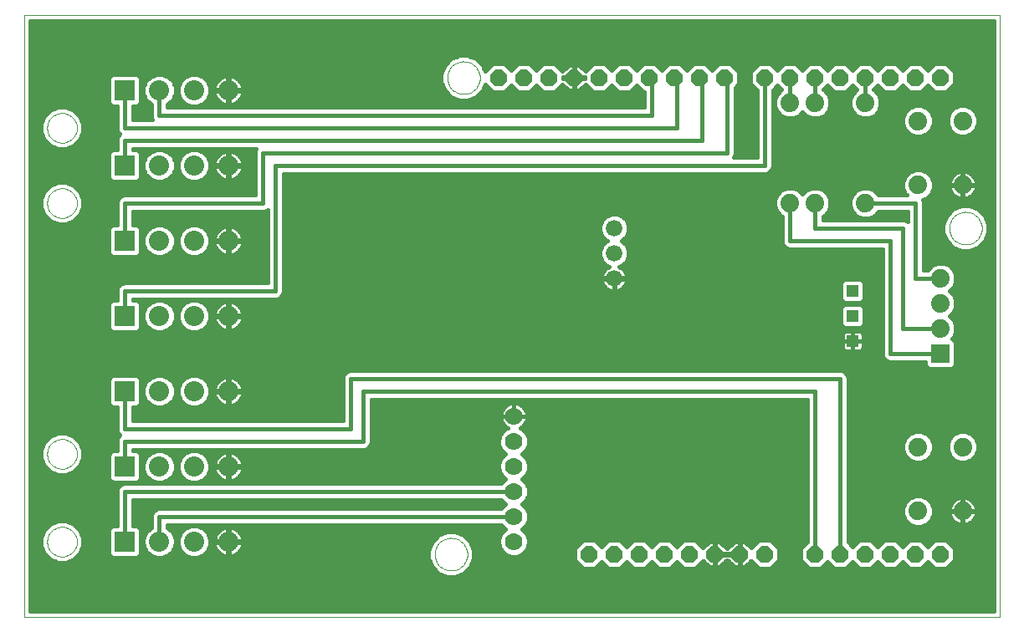
<source format=gtl>
G75*
%MOIN*%
%OFA0B0*%
%FSLAX24Y24*%
%IPPOS*%
%LPD*%
%AMOC8*
5,1,8,0,0,1.08239X$1,22.5*
%
%ADD10C,0.0000*%
%ADD11OC8,0.0660*%
%ADD12R,0.0800X0.0800*%
%ADD13C,0.0800*%
%ADD14R,0.0740X0.0740*%
%ADD15C,0.0740*%
%ADD16C,0.0700*%
%ADD17R,0.0472X0.0472*%
%ADD18C,0.0660*%
%ADD19C,0.0160*%
D10*
X000180Y000180D02*
X000180Y024176D01*
X039050Y024176D01*
X039050Y000180D01*
X000180Y000180D01*
X001089Y003180D02*
X001091Y003228D01*
X001097Y003276D01*
X001107Y003323D01*
X001120Y003369D01*
X001138Y003414D01*
X001158Y003458D01*
X001183Y003500D01*
X001211Y003539D01*
X001241Y003576D01*
X001275Y003610D01*
X001312Y003642D01*
X001350Y003671D01*
X001391Y003696D01*
X001434Y003718D01*
X001479Y003736D01*
X001525Y003750D01*
X001572Y003761D01*
X001620Y003768D01*
X001668Y003771D01*
X001716Y003770D01*
X001764Y003765D01*
X001812Y003756D01*
X001858Y003744D01*
X001903Y003727D01*
X001947Y003707D01*
X001989Y003684D01*
X002029Y003657D01*
X002067Y003627D01*
X002102Y003594D01*
X002134Y003558D01*
X002164Y003520D01*
X002190Y003479D01*
X002212Y003436D01*
X002232Y003392D01*
X002247Y003347D01*
X002259Y003300D01*
X002267Y003252D01*
X002271Y003204D01*
X002271Y003156D01*
X002267Y003108D01*
X002259Y003060D01*
X002247Y003013D01*
X002232Y002968D01*
X002212Y002924D01*
X002190Y002881D01*
X002164Y002840D01*
X002134Y002802D01*
X002102Y002766D01*
X002067Y002733D01*
X002029Y002703D01*
X001989Y002676D01*
X001947Y002653D01*
X001903Y002633D01*
X001858Y002616D01*
X001812Y002604D01*
X001764Y002595D01*
X001716Y002590D01*
X001668Y002589D01*
X001620Y002592D01*
X001572Y002599D01*
X001525Y002610D01*
X001479Y002624D01*
X001434Y002642D01*
X001391Y002664D01*
X001350Y002689D01*
X001312Y002718D01*
X001275Y002750D01*
X001241Y002784D01*
X001211Y002821D01*
X001183Y002860D01*
X001158Y002902D01*
X001138Y002946D01*
X001120Y002991D01*
X001107Y003037D01*
X001097Y003084D01*
X001091Y003132D01*
X001089Y003180D01*
X001089Y006680D02*
X001091Y006728D01*
X001097Y006776D01*
X001107Y006823D01*
X001120Y006869D01*
X001138Y006914D01*
X001158Y006958D01*
X001183Y007000D01*
X001211Y007039D01*
X001241Y007076D01*
X001275Y007110D01*
X001312Y007142D01*
X001350Y007171D01*
X001391Y007196D01*
X001434Y007218D01*
X001479Y007236D01*
X001525Y007250D01*
X001572Y007261D01*
X001620Y007268D01*
X001668Y007271D01*
X001716Y007270D01*
X001764Y007265D01*
X001812Y007256D01*
X001858Y007244D01*
X001903Y007227D01*
X001947Y007207D01*
X001989Y007184D01*
X002029Y007157D01*
X002067Y007127D01*
X002102Y007094D01*
X002134Y007058D01*
X002164Y007020D01*
X002190Y006979D01*
X002212Y006936D01*
X002232Y006892D01*
X002247Y006847D01*
X002259Y006800D01*
X002267Y006752D01*
X002271Y006704D01*
X002271Y006656D01*
X002267Y006608D01*
X002259Y006560D01*
X002247Y006513D01*
X002232Y006468D01*
X002212Y006424D01*
X002190Y006381D01*
X002164Y006340D01*
X002134Y006302D01*
X002102Y006266D01*
X002067Y006233D01*
X002029Y006203D01*
X001989Y006176D01*
X001947Y006153D01*
X001903Y006133D01*
X001858Y006116D01*
X001812Y006104D01*
X001764Y006095D01*
X001716Y006090D01*
X001668Y006089D01*
X001620Y006092D01*
X001572Y006099D01*
X001525Y006110D01*
X001479Y006124D01*
X001434Y006142D01*
X001391Y006164D01*
X001350Y006189D01*
X001312Y006218D01*
X001275Y006250D01*
X001241Y006284D01*
X001211Y006321D01*
X001183Y006360D01*
X001158Y006402D01*
X001138Y006446D01*
X001120Y006491D01*
X001107Y006537D01*
X001097Y006584D01*
X001091Y006632D01*
X001089Y006680D01*
X001089Y016680D02*
X001091Y016728D01*
X001097Y016776D01*
X001107Y016823D01*
X001120Y016869D01*
X001138Y016914D01*
X001158Y016958D01*
X001183Y017000D01*
X001211Y017039D01*
X001241Y017076D01*
X001275Y017110D01*
X001312Y017142D01*
X001350Y017171D01*
X001391Y017196D01*
X001434Y017218D01*
X001479Y017236D01*
X001525Y017250D01*
X001572Y017261D01*
X001620Y017268D01*
X001668Y017271D01*
X001716Y017270D01*
X001764Y017265D01*
X001812Y017256D01*
X001858Y017244D01*
X001903Y017227D01*
X001947Y017207D01*
X001989Y017184D01*
X002029Y017157D01*
X002067Y017127D01*
X002102Y017094D01*
X002134Y017058D01*
X002164Y017020D01*
X002190Y016979D01*
X002212Y016936D01*
X002232Y016892D01*
X002247Y016847D01*
X002259Y016800D01*
X002267Y016752D01*
X002271Y016704D01*
X002271Y016656D01*
X002267Y016608D01*
X002259Y016560D01*
X002247Y016513D01*
X002232Y016468D01*
X002212Y016424D01*
X002190Y016381D01*
X002164Y016340D01*
X002134Y016302D01*
X002102Y016266D01*
X002067Y016233D01*
X002029Y016203D01*
X001989Y016176D01*
X001947Y016153D01*
X001903Y016133D01*
X001858Y016116D01*
X001812Y016104D01*
X001764Y016095D01*
X001716Y016090D01*
X001668Y016089D01*
X001620Y016092D01*
X001572Y016099D01*
X001525Y016110D01*
X001479Y016124D01*
X001434Y016142D01*
X001391Y016164D01*
X001350Y016189D01*
X001312Y016218D01*
X001275Y016250D01*
X001241Y016284D01*
X001211Y016321D01*
X001183Y016360D01*
X001158Y016402D01*
X001138Y016446D01*
X001120Y016491D01*
X001107Y016537D01*
X001097Y016584D01*
X001091Y016632D01*
X001089Y016680D01*
X001089Y019680D02*
X001091Y019728D01*
X001097Y019776D01*
X001107Y019823D01*
X001120Y019869D01*
X001138Y019914D01*
X001158Y019958D01*
X001183Y020000D01*
X001211Y020039D01*
X001241Y020076D01*
X001275Y020110D01*
X001312Y020142D01*
X001350Y020171D01*
X001391Y020196D01*
X001434Y020218D01*
X001479Y020236D01*
X001525Y020250D01*
X001572Y020261D01*
X001620Y020268D01*
X001668Y020271D01*
X001716Y020270D01*
X001764Y020265D01*
X001812Y020256D01*
X001858Y020244D01*
X001903Y020227D01*
X001947Y020207D01*
X001989Y020184D01*
X002029Y020157D01*
X002067Y020127D01*
X002102Y020094D01*
X002134Y020058D01*
X002164Y020020D01*
X002190Y019979D01*
X002212Y019936D01*
X002232Y019892D01*
X002247Y019847D01*
X002259Y019800D01*
X002267Y019752D01*
X002271Y019704D01*
X002271Y019656D01*
X002267Y019608D01*
X002259Y019560D01*
X002247Y019513D01*
X002232Y019468D01*
X002212Y019424D01*
X002190Y019381D01*
X002164Y019340D01*
X002134Y019302D01*
X002102Y019266D01*
X002067Y019233D01*
X002029Y019203D01*
X001989Y019176D01*
X001947Y019153D01*
X001903Y019133D01*
X001858Y019116D01*
X001812Y019104D01*
X001764Y019095D01*
X001716Y019090D01*
X001668Y019089D01*
X001620Y019092D01*
X001572Y019099D01*
X001525Y019110D01*
X001479Y019124D01*
X001434Y019142D01*
X001391Y019164D01*
X001350Y019189D01*
X001312Y019218D01*
X001275Y019250D01*
X001241Y019284D01*
X001211Y019321D01*
X001183Y019360D01*
X001158Y019402D01*
X001138Y019446D01*
X001120Y019491D01*
X001107Y019537D01*
X001097Y019584D01*
X001091Y019632D01*
X001089Y019680D01*
X017030Y021680D02*
X017032Y021730D01*
X017038Y021780D01*
X017048Y021830D01*
X017061Y021878D01*
X017078Y021926D01*
X017099Y021972D01*
X017123Y022016D01*
X017151Y022058D01*
X017182Y022098D01*
X017216Y022135D01*
X017253Y022170D01*
X017292Y022201D01*
X017333Y022230D01*
X017377Y022255D01*
X017423Y022277D01*
X017470Y022295D01*
X017518Y022309D01*
X017567Y022320D01*
X017617Y022327D01*
X017667Y022330D01*
X017718Y022329D01*
X017768Y022324D01*
X017818Y022315D01*
X017866Y022303D01*
X017914Y022286D01*
X017960Y022266D01*
X018005Y022243D01*
X018048Y022216D01*
X018088Y022186D01*
X018126Y022153D01*
X018161Y022117D01*
X018194Y022078D01*
X018223Y022037D01*
X018249Y021994D01*
X018272Y021949D01*
X018291Y021902D01*
X018306Y021854D01*
X018318Y021805D01*
X018326Y021755D01*
X018330Y021705D01*
X018330Y021655D01*
X018326Y021605D01*
X018318Y021555D01*
X018306Y021506D01*
X018291Y021458D01*
X018272Y021411D01*
X018249Y021366D01*
X018223Y021323D01*
X018194Y021282D01*
X018161Y021243D01*
X018126Y021207D01*
X018088Y021174D01*
X018048Y021144D01*
X018005Y021117D01*
X017960Y021094D01*
X017914Y021074D01*
X017866Y021057D01*
X017818Y021045D01*
X017768Y021036D01*
X017718Y021031D01*
X017667Y021030D01*
X017617Y021033D01*
X017567Y021040D01*
X017518Y021051D01*
X017470Y021065D01*
X017423Y021083D01*
X017377Y021105D01*
X017333Y021130D01*
X017292Y021159D01*
X017253Y021190D01*
X017216Y021225D01*
X017182Y021262D01*
X017151Y021302D01*
X017123Y021344D01*
X017099Y021388D01*
X017078Y021434D01*
X017061Y021482D01*
X017048Y021530D01*
X017038Y021580D01*
X017032Y021630D01*
X017030Y021680D01*
X037030Y015680D02*
X037032Y015730D01*
X037038Y015780D01*
X037048Y015830D01*
X037061Y015878D01*
X037078Y015926D01*
X037099Y015972D01*
X037123Y016016D01*
X037151Y016058D01*
X037182Y016098D01*
X037216Y016135D01*
X037253Y016170D01*
X037292Y016201D01*
X037333Y016230D01*
X037377Y016255D01*
X037423Y016277D01*
X037470Y016295D01*
X037518Y016309D01*
X037567Y016320D01*
X037617Y016327D01*
X037667Y016330D01*
X037718Y016329D01*
X037768Y016324D01*
X037818Y016315D01*
X037866Y016303D01*
X037914Y016286D01*
X037960Y016266D01*
X038005Y016243D01*
X038048Y016216D01*
X038088Y016186D01*
X038126Y016153D01*
X038161Y016117D01*
X038194Y016078D01*
X038223Y016037D01*
X038249Y015994D01*
X038272Y015949D01*
X038291Y015902D01*
X038306Y015854D01*
X038318Y015805D01*
X038326Y015755D01*
X038330Y015705D01*
X038330Y015655D01*
X038326Y015605D01*
X038318Y015555D01*
X038306Y015506D01*
X038291Y015458D01*
X038272Y015411D01*
X038249Y015366D01*
X038223Y015323D01*
X038194Y015282D01*
X038161Y015243D01*
X038126Y015207D01*
X038088Y015174D01*
X038048Y015144D01*
X038005Y015117D01*
X037960Y015094D01*
X037914Y015074D01*
X037866Y015057D01*
X037818Y015045D01*
X037768Y015036D01*
X037718Y015031D01*
X037667Y015030D01*
X037617Y015033D01*
X037567Y015040D01*
X037518Y015051D01*
X037470Y015065D01*
X037423Y015083D01*
X037377Y015105D01*
X037333Y015130D01*
X037292Y015159D01*
X037253Y015190D01*
X037216Y015225D01*
X037182Y015262D01*
X037151Y015302D01*
X037123Y015344D01*
X037099Y015388D01*
X037078Y015434D01*
X037061Y015482D01*
X037048Y015530D01*
X037038Y015580D01*
X037032Y015630D01*
X037030Y015680D01*
X016530Y002680D02*
X016532Y002730D01*
X016538Y002780D01*
X016548Y002830D01*
X016561Y002878D01*
X016578Y002926D01*
X016599Y002972D01*
X016623Y003016D01*
X016651Y003058D01*
X016682Y003098D01*
X016716Y003135D01*
X016753Y003170D01*
X016792Y003201D01*
X016833Y003230D01*
X016877Y003255D01*
X016923Y003277D01*
X016970Y003295D01*
X017018Y003309D01*
X017067Y003320D01*
X017117Y003327D01*
X017167Y003330D01*
X017218Y003329D01*
X017268Y003324D01*
X017318Y003315D01*
X017366Y003303D01*
X017414Y003286D01*
X017460Y003266D01*
X017505Y003243D01*
X017548Y003216D01*
X017588Y003186D01*
X017626Y003153D01*
X017661Y003117D01*
X017694Y003078D01*
X017723Y003037D01*
X017749Y002994D01*
X017772Y002949D01*
X017791Y002902D01*
X017806Y002854D01*
X017818Y002805D01*
X017826Y002755D01*
X017830Y002705D01*
X017830Y002655D01*
X017826Y002605D01*
X017818Y002555D01*
X017806Y002506D01*
X017791Y002458D01*
X017772Y002411D01*
X017749Y002366D01*
X017723Y002323D01*
X017694Y002282D01*
X017661Y002243D01*
X017626Y002207D01*
X017588Y002174D01*
X017548Y002144D01*
X017505Y002117D01*
X017460Y002094D01*
X017414Y002074D01*
X017366Y002057D01*
X017318Y002045D01*
X017268Y002036D01*
X017218Y002031D01*
X017167Y002030D01*
X017117Y002033D01*
X017067Y002040D01*
X017018Y002051D01*
X016970Y002065D01*
X016923Y002083D01*
X016877Y002105D01*
X016833Y002130D01*
X016792Y002159D01*
X016753Y002190D01*
X016716Y002225D01*
X016682Y002262D01*
X016651Y002302D01*
X016623Y002344D01*
X016599Y002388D01*
X016578Y002434D01*
X016561Y002482D01*
X016548Y002530D01*
X016538Y002580D01*
X016532Y002630D01*
X016530Y002680D01*
D11*
X022680Y002680D03*
X023680Y002680D03*
X024680Y002680D03*
X025680Y002680D03*
X026680Y002680D03*
X027680Y002680D03*
X028680Y002680D03*
X029680Y002680D03*
X031680Y002680D03*
X032680Y002680D03*
X033680Y002680D03*
X034680Y002680D03*
X035680Y002680D03*
X036680Y002680D03*
X036680Y021680D03*
X035680Y021680D03*
X034680Y021680D03*
X033680Y021680D03*
X032680Y021680D03*
X031680Y021680D03*
X030680Y021680D03*
X029680Y021680D03*
X028080Y021680D03*
X027080Y021680D03*
X026080Y021680D03*
X025080Y021680D03*
X024080Y021680D03*
X023080Y021680D03*
X022080Y021680D03*
X021080Y021680D03*
X020080Y021680D03*
X019080Y021680D03*
D12*
X004180Y021180D03*
X004180Y018180D03*
X004180Y015180D03*
X004180Y012180D03*
X004180Y009180D03*
X004180Y006180D03*
X004180Y003180D03*
D13*
X005558Y003180D03*
X006936Y003180D03*
X008314Y003180D03*
X008314Y006180D03*
X006936Y006180D03*
X005558Y006180D03*
X005558Y009180D03*
X006936Y009180D03*
X008314Y009180D03*
X008314Y012180D03*
X006936Y012180D03*
X005558Y012180D03*
X005558Y015180D03*
X006936Y015180D03*
X008314Y015180D03*
X008314Y018180D03*
X006936Y018180D03*
X005558Y018180D03*
X005558Y021180D03*
X006936Y021180D03*
X008314Y021180D03*
D14*
X036680Y010680D03*
D15*
X036680Y011680D03*
X036680Y012680D03*
X036680Y013680D03*
X033680Y016680D03*
X031680Y016680D03*
X030680Y016680D03*
X035790Y017400D03*
X037570Y017400D03*
X037570Y019960D03*
X035790Y019960D03*
X033680Y020680D03*
X031680Y020680D03*
X030680Y020680D03*
X035790Y006960D03*
X037570Y006960D03*
X037570Y004400D03*
X035790Y004400D03*
D16*
X019680Y004180D03*
X019680Y003180D03*
X019680Y005180D03*
X019680Y006180D03*
X019680Y007180D03*
X019680Y008180D03*
D17*
X033180Y011180D03*
X033180Y012180D03*
X033180Y013180D03*
D18*
X023680Y013680D03*
X023680Y014680D03*
X023680Y015680D03*
D19*
X024218Y015872D02*
X030360Y015872D01*
X030360Y016030D02*
X024136Y016030D01*
X024163Y016003D02*
X024003Y016163D01*
X023793Y016250D01*
X023567Y016250D01*
X023357Y016163D01*
X023197Y016003D01*
X023110Y015793D01*
X023110Y015567D01*
X023197Y015357D01*
X023357Y015197D01*
X023398Y015180D01*
X023357Y015163D01*
X023197Y015003D01*
X023110Y014793D01*
X023110Y014567D01*
X023197Y014357D01*
X023357Y014197D01*
X023475Y014148D01*
X023413Y014116D01*
X023348Y014069D01*
X023291Y014012D01*
X023244Y013947D01*
X023207Y013876D01*
X023183Y013799D01*
X023170Y013720D01*
X023170Y013700D01*
X023660Y013700D01*
X023660Y013660D01*
X023700Y013660D01*
X023700Y013700D01*
X024190Y013700D01*
X024190Y013720D01*
X024177Y013799D01*
X024153Y013876D01*
X024116Y013947D01*
X024069Y014012D01*
X024012Y014069D01*
X023947Y014116D01*
X023885Y014148D01*
X024003Y014197D01*
X024163Y014357D01*
X024250Y014567D01*
X024250Y014793D01*
X024163Y015003D01*
X024003Y015163D01*
X023962Y015180D01*
X024003Y015197D01*
X024163Y015357D01*
X024250Y015567D01*
X024250Y015793D01*
X024163Y016003D01*
X023942Y016189D02*
X030309Y016189D01*
X030334Y016163D02*
X030360Y016152D01*
X030360Y015116D01*
X030409Y014999D01*
X030499Y014909D01*
X030616Y014860D01*
X034360Y014860D01*
X034360Y010616D01*
X034409Y010499D01*
X034499Y010409D01*
X034616Y010360D01*
X036070Y010360D01*
X036070Y010262D01*
X036107Y010174D01*
X036174Y010107D01*
X036262Y010070D01*
X037098Y010070D01*
X037186Y010107D01*
X037253Y010174D01*
X037290Y010262D01*
X037290Y011098D01*
X037253Y011186D01*
X037186Y011253D01*
X037137Y011274D01*
X037197Y011334D01*
X037290Y011559D01*
X037290Y011801D01*
X037197Y012026D01*
X037043Y012180D01*
X037197Y012334D01*
X037290Y012559D01*
X037290Y012801D01*
X037197Y013026D01*
X037043Y013180D01*
X037197Y013334D01*
X037290Y013559D01*
X037290Y013801D01*
X037197Y014026D01*
X037026Y014197D01*
X036801Y014290D01*
X036559Y014290D01*
X036334Y014197D01*
X036163Y014026D01*
X036152Y014000D01*
X036000Y014000D01*
X036000Y016744D01*
X035971Y016815D01*
X036136Y016883D01*
X036307Y017054D01*
X036400Y017279D01*
X036400Y017521D01*
X036307Y017746D01*
X036136Y017917D01*
X035911Y018010D01*
X035669Y018010D01*
X035444Y017917D01*
X035273Y017746D01*
X035180Y017521D01*
X035180Y017279D01*
X035273Y017054D01*
X035327Y017000D01*
X034208Y017000D01*
X034197Y017026D01*
X034026Y017197D01*
X033801Y017290D01*
X033559Y017290D01*
X033334Y017197D01*
X033163Y017026D01*
X033070Y016801D01*
X033070Y016559D01*
X033163Y016334D01*
X033334Y016163D01*
X033559Y016070D01*
X033801Y016070D01*
X034026Y016163D01*
X034197Y016334D01*
X034208Y016360D01*
X035360Y016360D01*
X035360Y015952D01*
X035244Y016000D01*
X032000Y016000D01*
X032000Y016152D01*
X032026Y016163D01*
X032197Y016334D01*
X032290Y016559D01*
X032290Y016801D01*
X032197Y017026D01*
X032026Y017197D01*
X031801Y017290D01*
X031559Y017290D01*
X031334Y017197D01*
X031180Y017043D01*
X031026Y017197D01*
X030801Y017290D01*
X030559Y017290D01*
X030334Y017197D01*
X030163Y017026D01*
X030070Y016801D01*
X030070Y016559D01*
X030163Y016334D01*
X030334Y016163D01*
X030158Y016347D02*
X010500Y016347D01*
X010500Y016189D02*
X023418Y016189D01*
X023224Y016030D02*
X010500Y016030D01*
X010500Y015872D02*
X023142Y015872D01*
X023110Y015713D02*
X010500Y015713D01*
X010500Y015555D02*
X023115Y015555D01*
X023181Y015396D02*
X010500Y015396D01*
X010500Y015238D02*
X023316Y015238D01*
X023273Y015079D02*
X010500Y015079D01*
X010500Y014921D02*
X023163Y014921D01*
X023110Y014762D02*
X010500Y014762D01*
X010500Y014604D02*
X023110Y014604D01*
X023160Y014445D02*
X010500Y014445D01*
X010500Y014287D02*
X023267Y014287D01*
X023436Y014128D02*
X010500Y014128D01*
X010500Y013970D02*
X023260Y013970D01*
X023186Y013811D02*
X010500Y013811D01*
X010500Y013653D02*
X023170Y013653D01*
X023170Y013660D02*
X023170Y013640D01*
X023183Y013561D01*
X023207Y013484D01*
X023244Y013413D01*
X023291Y013348D01*
X023348Y013291D01*
X023413Y013244D01*
X023484Y013207D01*
X023561Y013183D01*
X023640Y013170D01*
X023660Y013170D01*
X023660Y013660D01*
X023170Y013660D01*
X023204Y013494D02*
X010500Y013494D01*
X010500Y013336D02*
X023303Y013336D01*
X023596Y013177D02*
X010500Y013177D01*
X010500Y013116D02*
X010500Y017860D01*
X029744Y017860D01*
X029861Y017909D01*
X029951Y017999D01*
X030000Y018116D01*
X030000Y021194D01*
X030180Y021374D01*
X030350Y021204D01*
X030334Y021197D01*
X030163Y021026D01*
X030070Y020801D01*
X030070Y020559D01*
X030163Y020334D01*
X030334Y020163D01*
X030559Y020070D01*
X030801Y020070D01*
X031026Y020163D01*
X031180Y020317D01*
X031334Y020163D01*
X031559Y020070D01*
X031801Y020070D01*
X032026Y020163D01*
X032197Y020334D01*
X032290Y020559D01*
X032290Y020801D01*
X032197Y021026D01*
X032026Y021197D01*
X032010Y021204D01*
X032180Y021374D01*
X032444Y021110D01*
X032916Y021110D01*
X033180Y021374D01*
X033350Y021204D01*
X033334Y021197D01*
X033163Y021026D01*
X033070Y020801D01*
X033070Y020559D01*
X033163Y020334D01*
X033334Y020163D01*
X033559Y020070D01*
X033801Y020070D01*
X034026Y020163D01*
X034197Y020334D01*
X034290Y020559D01*
X034290Y020801D01*
X034197Y021026D01*
X034026Y021197D01*
X034010Y021204D01*
X034180Y021374D01*
X034444Y021110D01*
X034916Y021110D01*
X035180Y021374D01*
X035444Y021110D01*
X035916Y021110D01*
X036180Y021374D01*
X036444Y021110D01*
X036916Y021110D01*
X037250Y021444D01*
X037250Y021916D01*
X036916Y022250D01*
X036444Y022250D01*
X036180Y021986D01*
X035916Y022250D01*
X035444Y022250D01*
X035180Y021986D01*
X034916Y022250D01*
X034444Y022250D01*
X034180Y021986D01*
X033916Y022250D01*
X033444Y022250D01*
X033180Y021986D01*
X032916Y022250D01*
X032444Y022250D01*
X032180Y021986D01*
X031916Y022250D01*
X031444Y022250D01*
X031180Y021986D01*
X030916Y022250D01*
X030444Y022250D01*
X030180Y021986D01*
X029916Y022250D01*
X029444Y022250D01*
X029110Y021916D01*
X029110Y021444D01*
X029360Y021194D01*
X029360Y018500D01*
X028452Y018500D01*
X028500Y018616D01*
X028500Y021294D01*
X028650Y021444D01*
X028650Y021916D01*
X028316Y022250D01*
X027844Y022250D01*
X027580Y021986D01*
X027316Y022250D01*
X026844Y022250D01*
X026580Y021986D01*
X026316Y022250D01*
X025844Y022250D01*
X025580Y021986D01*
X025316Y022250D01*
X024844Y022250D01*
X024580Y021986D01*
X024316Y022250D01*
X023844Y022250D01*
X023580Y021986D01*
X023316Y022250D01*
X022844Y022250D01*
X022538Y021944D01*
X022291Y022190D01*
X022098Y022190D01*
X022098Y021698D01*
X022062Y021698D01*
X022062Y022190D01*
X021869Y022190D01*
X021622Y021944D01*
X021316Y022250D01*
X020844Y022250D01*
X020580Y021986D01*
X020316Y022250D01*
X019844Y022250D01*
X019580Y021986D01*
X019316Y022250D01*
X018844Y022250D01*
X018535Y021941D01*
X018434Y022184D01*
X018184Y022434D01*
X017857Y022570D01*
X017503Y022570D01*
X017176Y022434D01*
X016926Y022184D01*
X016790Y021857D01*
X016790Y021503D01*
X016926Y021176D01*
X017176Y020926D01*
X017503Y020790D01*
X017857Y020790D01*
X018184Y020926D01*
X018434Y021176D01*
X018535Y021419D01*
X018535Y021419D01*
X018844Y021110D01*
X019316Y021110D01*
X019580Y021374D01*
X019844Y021110D01*
X020316Y021110D01*
X020580Y021374D01*
X020844Y021110D01*
X021316Y021110D01*
X021622Y021416D01*
X021869Y021170D01*
X022062Y021170D01*
X022062Y021662D01*
X022098Y021662D01*
X022098Y021170D01*
X022291Y021170D01*
X022538Y021416D01*
X022844Y021110D01*
X023316Y021110D01*
X023580Y021374D01*
X023844Y021110D01*
X024316Y021110D01*
X024580Y021374D01*
X024844Y021110D01*
X024860Y021110D01*
X024860Y020500D01*
X005878Y020500D01*
X005878Y020620D01*
X005920Y020637D01*
X006101Y020817D01*
X006198Y021053D01*
X006198Y021307D01*
X006101Y021543D01*
X005920Y021723D01*
X005685Y021820D01*
X005431Y021820D01*
X005195Y021723D01*
X005015Y021543D01*
X004918Y021307D01*
X004918Y021053D01*
X005015Y020817D01*
X005195Y020637D01*
X005238Y020620D01*
X005238Y020116D01*
X005286Y020000D01*
X004500Y020000D01*
X004500Y020540D01*
X004628Y020540D01*
X004716Y020577D01*
X004783Y020644D01*
X004820Y020732D01*
X004820Y021628D01*
X004783Y021716D01*
X004716Y021783D01*
X004628Y021820D01*
X003732Y021820D01*
X003644Y021783D01*
X003577Y021716D01*
X003540Y021628D01*
X003540Y020732D01*
X003577Y020644D01*
X003644Y020577D01*
X003732Y020540D01*
X003860Y020540D01*
X003860Y019616D01*
X003909Y019499D01*
X003977Y019430D01*
X003909Y019361D01*
X003860Y019244D01*
X003860Y018820D01*
X003732Y018820D01*
X003644Y018783D01*
X003577Y018716D01*
X003540Y018628D01*
X003540Y017732D01*
X003577Y017644D01*
X003644Y017577D01*
X003732Y017540D01*
X004628Y017540D01*
X004716Y017577D01*
X004783Y017644D01*
X004820Y017732D01*
X004820Y018628D01*
X004783Y018716D01*
X004716Y018783D01*
X004628Y018820D01*
X004500Y018820D01*
X004500Y018860D01*
X009408Y018860D01*
X009360Y018744D01*
X009360Y017000D01*
X004116Y017000D01*
X003999Y016951D01*
X003909Y016861D01*
X003860Y016744D01*
X003860Y015820D01*
X003732Y015820D01*
X003644Y015783D01*
X003577Y015716D01*
X003540Y015628D01*
X003540Y014732D01*
X003577Y014644D01*
X003644Y014577D01*
X003732Y014540D01*
X004628Y014540D01*
X004716Y014577D01*
X004783Y014644D01*
X004820Y014732D01*
X004820Y015628D01*
X004783Y015716D01*
X004716Y015783D01*
X004628Y015820D01*
X004500Y015820D01*
X004500Y016360D01*
X009744Y016360D01*
X009860Y016408D01*
X009860Y013500D01*
X004116Y013500D01*
X003999Y013451D01*
X003909Y013361D01*
X003860Y013244D01*
X003860Y012820D01*
X003732Y012820D01*
X003644Y012783D01*
X003577Y012716D01*
X003540Y012628D01*
X003540Y011732D01*
X003577Y011644D01*
X003644Y011577D01*
X003732Y011540D01*
X004628Y011540D01*
X004716Y011577D01*
X004783Y011644D01*
X004820Y011732D01*
X004820Y012628D01*
X004783Y012716D01*
X004716Y012783D01*
X004628Y012820D01*
X004500Y012820D01*
X004500Y012860D01*
X010244Y012860D01*
X032719Y012860D01*
X032704Y012896D02*
X032740Y012808D01*
X032808Y012740D01*
X032896Y012704D01*
X033464Y012704D01*
X033552Y012740D01*
X033620Y012808D01*
X033656Y012896D01*
X033656Y013464D01*
X033620Y013552D01*
X033552Y013620D01*
X033464Y013656D01*
X032896Y013656D01*
X032808Y013620D01*
X032740Y013552D01*
X032704Y013464D01*
X032704Y012896D01*
X032704Y013019D02*
X010459Y013019D01*
X010451Y012999D02*
X010500Y013116D01*
X010451Y012999D02*
X010361Y012909D01*
X010244Y012860D01*
X010180Y013180D02*
X004180Y013180D01*
X004180Y012180D01*
X004820Y012226D02*
X004918Y012226D01*
X004918Y012307D02*
X004918Y012053D01*
X005015Y011817D01*
X005195Y011637D01*
X005431Y011540D01*
X005685Y011540D01*
X005920Y011637D01*
X006101Y011817D01*
X006198Y012053D01*
X006198Y012307D01*
X006101Y012543D01*
X005920Y012723D01*
X005685Y012820D01*
X005431Y012820D01*
X005195Y012723D01*
X005015Y012543D01*
X004918Y012307D01*
X004950Y012385D02*
X004820Y012385D01*
X004820Y012543D02*
X005016Y012543D01*
X005174Y012702D02*
X004789Y012702D01*
X004820Y012068D02*
X004918Y012068D01*
X004977Y011909D02*
X004820Y011909D01*
X004820Y011751D02*
X005082Y011751D01*
X005305Y011592D02*
X004731Y011592D01*
X005811Y011592D02*
X006683Y011592D01*
X006573Y011637D02*
X006809Y011540D01*
X007063Y011540D01*
X007298Y011637D01*
X007478Y011817D01*
X007576Y012053D01*
X007576Y012307D01*
X007478Y012543D01*
X007861Y012543D01*
X007871Y012558D02*
X007818Y012484D01*
X007776Y012403D01*
X007748Y012316D01*
X007734Y012226D01*
X007576Y012226D01*
X007734Y012226D02*
X007734Y012218D01*
X008276Y012218D01*
X008276Y012760D01*
X008268Y012760D01*
X008178Y012746D01*
X008091Y012718D01*
X008010Y012676D01*
X007936Y012622D01*
X007871Y012558D01*
X007770Y012385D02*
X007544Y012385D01*
X007478Y012543D02*
X007298Y012723D01*
X007063Y012820D01*
X006809Y012820D01*
X006573Y012723D01*
X006393Y012543D01*
X006296Y012307D01*
X006296Y012053D01*
X006393Y011817D01*
X006573Y011637D01*
X006460Y011751D02*
X006034Y011751D01*
X006138Y011909D02*
X006355Y011909D01*
X006296Y012068D02*
X006198Y012068D01*
X006198Y012226D02*
X006296Y012226D01*
X006328Y012385D02*
X006166Y012385D01*
X006100Y012543D02*
X006394Y012543D01*
X006552Y012702D02*
X005942Y012702D01*
X007319Y012702D02*
X008060Y012702D01*
X008276Y012702D02*
X008352Y012702D01*
X008360Y012760D02*
X008352Y012760D01*
X008352Y012218D01*
X008894Y012218D01*
X008894Y012226D01*
X032704Y012226D01*
X032704Y012068D02*
X008883Y012068D01*
X008880Y012044D02*
X008894Y012134D01*
X008894Y012142D01*
X008352Y012142D01*
X008352Y012218D01*
X008276Y012218D01*
X008276Y012142D01*
X008352Y012142D01*
X008352Y011600D01*
X008360Y011600D01*
X008450Y011614D01*
X008537Y011642D01*
X008618Y011684D01*
X008692Y011738D01*
X008756Y011802D01*
X008810Y011876D01*
X008851Y011957D01*
X008880Y012044D01*
X008827Y011909D02*
X032704Y011909D01*
X032704Y011896D02*
X032740Y011808D01*
X032808Y011740D01*
X032896Y011704D01*
X033464Y011704D01*
X033552Y011740D01*
X033620Y011808D01*
X033656Y011896D01*
X033656Y012464D01*
X033620Y012552D01*
X033552Y012620D01*
X033464Y012656D01*
X032896Y012656D01*
X032808Y012620D01*
X032740Y012552D01*
X032704Y012464D01*
X032704Y011896D01*
X032798Y011751D02*
X008705Y011751D01*
X008352Y011751D02*
X008276Y011751D01*
X008276Y011600D02*
X008276Y012142D01*
X007734Y012142D01*
X007734Y012134D01*
X007748Y012044D01*
X007776Y011957D01*
X007818Y011876D01*
X007871Y011802D01*
X007936Y011738D01*
X008010Y011684D01*
X008091Y011642D01*
X008178Y011614D01*
X008268Y011600D01*
X008276Y011600D01*
X008276Y011909D02*
X008352Y011909D01*
X008352Y012068D02*
X008276Y012068D01*
X008276Y012226D02*
X008352Y012226D01*
X008352Y012385D02*
X008276Y012385D01*
X008276Y012543D02*
X008352Y012543D01*
X008360Y012760D02*
X008450Y012746D01*
X008537Y012718D01*
X008618Y012676D01*
X008692Y012622D01*
X008756Y012558D01*
X008810Y012484D01*
X008851Y012403D01*
X008880Y012316D01*
X008894Y012226D01*
X008857Y012385D02*
X032704Y012385D01*
X032737Y012543D02*
X008767Y012543D01*
X008568Y012702D02*
X034360Y012702D01*
X034360Y012860D02*
X033641Y012860D01*
X033656Y013019D02*
X034360Y013019D01*
X034360Y013177D02*
X033656Y013177D01*
X033656Y013336D02*
X034360Y013336D01*
X034360Y013494D02*
X033644Y013494D01*
X033473Y013653D02*
X034360Y013653D01*
X034360Y013811D02*
X024174Y013811D01*
X024190Y013660D02*
X023700Y013660D01*
X023700Y013170D01*
X023720Y013170D01*
X023799Y013183D01*
X023876Y013207D01*
X023947Y013244D01*
X024012Y013291D01*
X024069Y013348D01*
X024116Y013413D01*
X024153Y013484D01*
X024177Y013561D01*
X024190Y013640D01*
X024190Y013660D01*
X024190Y013653D02*
X032887Y013653D01*
X032716Y013494D02*
X024156Y013494D01*
X024057Y013336D02*
X032704Y013336D01*
X032704Y013177D02*
X023764Y013177D01*
X023700Y013177D02*
X023660Y013177D01*
X023660Y013336D02*
X023700Y013336D01*
X023700Y013494D02*
X023660Y013494D01*
X023660Y013653D02*
X023700Y013653D01*
X024100Y013970D02*
X034360Y013970D01*
X034360Y014128D02*
X023924Y014128D01*
X024093Y014287D02*
X034360Y014287D01*
X034360Y014445D02*
X024200Y014445D01*
X024250Y014604D02*
X034360Y014604D01*
X034360Y014762D02*
X024250Y014762D01*
X024197Y014921D02*
X030487Y014921D01*
X030375Y015079D02*
X024087Y015079D01*
X024044Y015238D02*
X030360Y015238D01*
X030360Y015396D02*
X024179Y015396D01*
X024245Y015555D02*
X030360Y015555D01*
X030360Y015713D02*
X024250Y015713D01*
X028180Y018680D02*
X009680Y018680D01*
X009680Y016680D01*
X004180Y016680D01*
X004180Y015180D01*
X004820Y015238D02*
X004918Y015238D01*
X004918Y015307D02*
X004918Y015053D01*
X005015Y014817D01*
X005195Y014637D01*
X005431Y014540D01*
X005685Y014540D01*
X005920Y014637D01*
X006101Y014817D01*
X006198Y015053D01*
X006198Y015307D01*
X006101Y015543D01*
X005920Y015723D01*
X005685Y015820D01*
X005431Y015820D01*
X005195Y015723D01*
X005015Y015543D01*
X004918Y015307D01*
X004955Y015396D02*
X004820Y015396D01*
X004820Y015555D02*
X005027Y015555D01*
X005186Y015713D02*
X004785Y015713D01*
X004500Y015872D02*
X009860Y015872D01*
X009860Y016030D02*
X004500Y016030D01*
X004500Y016189D02*
X009860Y016189D01*
X009860Y016347D02*
X004500Y016347D01*
X003860Y016347D02*
X002441Y016347D01*
X002384Y016210D02*
X002511Y016515D01*
X002511Y016845D01*
X002384Y017150D01*
X002150Y017384D01*
X001845Y017511D01*
X001515Y017511D01*
X001210Y017384D01*
X000976Y017150D01*
X000849Y016845D01*
X000849Y016515D01*
X000976Y016210D01*
X001210Y015976D01*
X001515Y015849D01*
X001845Y015849D01*
X002150Y015976D01*
X002384Y016210D01*
X002363Y016189D02*
X003860Y016189D01*
X003860Y016030D02*
X002205Y016030D01*
X001899Y015872D02*
X003860Y015872D01*
X003575Y015713D02*
X000420Y015713D01*
X000420Y015555D02*
X003540Y015555D01*
X003540Y015396D02*
X000420Y015396D01*
X000420Y015238D02*
X003540Y015238D01*
X003540Y015079D02*
X000420Y015079D01*
X000420Y014921D02*
X003540Y014921D01*
X003540Y014762D02*
X000420Y014762D01*
X000420Y014604D02*
X003617Y014604D01*
X004743Y014604D02*
X005277Y014604D01*
X005071Y014762D02*
X004820Y014762D01*
X004820Y014921D02*
X004973Y014921D01*
X004918Y015079D02*
X004820Y015079D01*
X005839Y014604D02*
X006655Y014604D01*
X006573Y014637D02*
X006809Y014540D01*
X007063Y014540D01*
X007298Y014637D01*
X007478Y014817D01*
X007576Y015053D01*
X007576Y015307D01*
X007478Y015543D01*
X007298Y015723D01*
X007063Y015820D01*
X006809Y015820D01*
X006573Y015723D01*
X006393Y015543D01*
X006296Y015307D01*
X006296Y015053D01*
X006393Y014817D01*
X006573Y014637D01*
X006449Y014762D02*
X006045Y014762D01*
X006143Y014921D02*
X006351Y014921D01*
X006296Y015079D02*
X006198Y015079D01*
X006198Y015238D02*
X006296Y015238D01*
X006333Y015396D02*
X006161Y015396D01*
X006089Y015555D02*
X006405Y015555D01*
X006564Y015713D02*
X005930Y015713D01*
X007308Y015713D02*
X008082Y015713D01*
X008091Y015718D02*
X008010Y015676D01*
X007936Y015622D01*
X007871Y015558D01*
X007818Y015484D01*
X007776Y015403D01*
X007748Y015316D01*
X007734Y015226D01*
X007734Y015218D01*
X008276Y015218D01*
X008276Y015760D01*
X008268Y015760D01*
X008178Y015746D01*
X008091Y015718D01*
X008276Y015713D02*
X008352Y015713D01*
X008360Y015760D02*
X008352Y015760D01*
X008352Y015218D01*
X008894Y015218D01*
X008894Y015226D01*
X008880Y015316D01*
X008851Y015403D01*
X008810Y015484D01*
X008756Y015558D01*
X008692Y015622D01*
X008618Y015676D01*
X008537Y015718D01*
X008450Y015746D01*
X008360Y015760D01*
X008545Y015713D02*
X009860Y015713D01*
X009860Y015555D02*
X008759Y015555D01*
X008854Y015396D02*
X009860Y015396D01*
X009860Y015238D02*
X008892Y015238D01*
X008894Y015142D02*
X008352Y015142D01*
X008352Y015218D01*
X008276Y015218D01*
X008276Y015142D01*
X008352Y015142D01*
X008352Y014600D01*
X008360Y014600D01*
X008450Y014614D01*
X008537Y014642D01*
X008618Y014684D01*
X008692Y014738D01*
X008756Y014802D01*
X008810Y014876D01*
X008851Y014957D01*
X008880Y015044D01*
X008894Y015134D01*
X008894Y015142D01*
X008885Y015079D02*
X009860Y015079D01*
X009860Y014921D02*
X008833Y014921D01*
X008716Y014762D02*
X009860Y014762D01*
X009860Y014604D02*
X008382Y014604D01*
X008352Y014604D02*
X008276Y014604D01*
X008276Y014600D02*
X008276Y015142D01*
X007734Y015142D01*
X007734Y015134D01*
X007748Y015044D01*
X007776Y014957D01*
X007818Y014876D01*
X007871Y014802D01*
X007936Y014738D01*
X008010Y014684D01*
X008091Y014642D01*
X008178Y014614D01*
X008268Y014600D01*
X008276Y014600D01*
X008246Y014604D02*
X007217Y014604D01*
X007423Y014762D02*
X007912Y014762D01*
X007795Y014921D02*
X007521Y014921D01*
X007576Y015079D02*
X007743Y015079D01*
X007736Y015238D02*
X007576Y015238D01*
X007539Y015396D02*
X007774Y015396D01*
X007869Y015555D02*
X007466Y015555D01*
X008276Y015555D02*
X008352Y015555D01*
X008352Y015396D02*
X008276Y015396D01*
X008276Y015238D02*
X008352Y015238D01*
X008352Y015079D02*
X008276Y015079D01*
X008276Y014921D02*
X008352Y014921D01*
X008352Y014762D02*
X008276Y014762D01*
X009860Y014445D02*
X000420Y014445D01*
X000420Y014287D02*
X009860Y014287D01*
X009860Y014128D02*
X000420Y014128D01*
X000420Y013970D02*
X009860Y013970D01*
X009860Y013811D02*
X000420Y013811D01*
X000420Y013653D02*
X009860Y013653D01*
X010180Y013180D02*
X010180Y018180D01*
X029680Y018180D01*
X029680Y021680D01*
X030067Y021261D02*
X030293Y021261D01*
X030239Y021102D02*
X030000Y021102D01*
X030000Y020944D02*
X030129Y020944D01*
X030070Y020785D02*
X030000Y020785D01*
X030000Y020627D02*
X030070Y020627D01*
X030108Y020468D02*
X030000Y020468D01*
X030000Y020310D02*
X030188Y020310D01*
X030363Y020151D02*
X030000Y020151D01*
X030000Y019993D02*
X035180Y019993D01*
X035180Y020081D02*
X035180Y019839D01*
X035273Y019614D01*
X035444Y019443D01*
X035669Y019350D01*
X035911Y019350D01*
X036136Y019443D01*
X036307Y019614D01*
X036400Y019839D01*
X036400Y020081D01*
X036307Y020306D01*
X036136Y020477D01*
X035911Y020570D01*
X035669Y020570D01*
X035444Y020477D01*
X035273Y020306D01*
X035180Y020081D01*
X035209Y020151D02*
X033997Y020151D01*
X034172Y020310D02*
X035277Y020310D01*
X035435Y020468D02*
X034252Y020468D01*
X034290Y020627D02*
X038810Y020627D01*
X038810Y020785D02*
X034290Y020785D01*
X034231Y020944D02*
X038810Y020944D01*
X038810Y021102D02*
X034121Y021102D01*
X034067Y021261D02*
X034293Y021261D01*
X033680Y021680D02*
X033680Y020680D01*
X033108Y020468D02*
X032252Y020468D01*
X032290Y020627D02*
X033070Y020627D01*
X033070Y020785D02*
X032290Y020785D01*
X032231Y020944D02*
X033129Y020944D01*
X033239Y021102D02*
X032121Y021102D01*
X032067Y021261D02*
X032293Y021261D01*
X031680Y021680D02*
X031680Y020680D01*
X032172Y020310D02*
X033188Y020310D01*
X033363Y020151D02*
X031997Y020151D01*
X031363Y020151D02*
X030997Y020151D01*
X031172Y020310D02*
X031188Y020310D01*
X030680Y020680D02*
X030680Y021680D01*
X030247Y022053D02*
X030113Y022053D01*
X029955Y022212D02*
X030405Y022212D01*
X030955Y022212D02*
X031405Y022212D01*
X031247Y022053D02*
X031113Y022053D01*
X031955Y022212D02*
X032405Y022212D01*
X032247Y022053D02*
X032113Y022053D01*
X032955Y022212D02*
X033405Y022212D01*
X033247Y022053D02*
X033113Y022053D01*
X033955Y022212D02*
X034405Y022212D01*
X034247Y022053D02*
X034113Y022053D01*
X034955Y022212D02*
X035405Y022212D01*
X035247Y022053D02*
X035113Y022053D01*
X035955Y022212D02*
X036405Y022212D01*
X036247Y022053D02*
X036113Y022053D01*
X036955Y022212D02*
X038810Y022212D01*
X038810Y022370D02*
X018248Y022370D01*
X018407Y022212D02*
X018805Y022212D01*
X018647Y022053D02*
X018488Y022053D01*
X017956Y022529D02*
X038810Y022529D01*
X038810Y022687D02*
X000420Y022687D01*
X000420Y022529D02*
X017404Y022529D01*
X017112Y022370D02*
X000420Y022370D01*
X000420Y022212D02*
X016953Y022212D01*
X016872Y022053D02*
X000420Y022053D01*
X000420Y021895D02*
X016806Y021895D01*
X016790Y021736D02*
X008479Y021736D01*
X008450Y021746D02*
X008360Y021760D01*
X008352Y021760D01*
X008352Y021218D01*
X008894Y021218D01*
X008894Y021226D01*
X008880Y021316D01*
X008851Y021403D01*
X008810Y021484D01*
X008756Y021558D01*
X008692Y021622D01*
X008618Y021676D01*
X008537Y021718D01*
X008450Y021746D01*
X008352Y021736D02*
X008276Y021736D01*
X008276Y021760D02*
X008268Y021760D01*
X008178Y021746D01*
X008091Y021718D01*
X008010Y021676D01*
X007936Y021622D01*
X007871Y021558D01*
X007818Y021484D01*
X007776Y021403D01*
X007748Y021316D01*
X007734Y021226D01*
X007734Y021218D01*
X008276Y021218D01*
X008276Y021760D01*
X008148Y021736D02*
X007266Y021736D01*
X007298Y021723D02*
X007063Y021820D01*
X006809Y021820D01*
X006573Y021723D01*
X006393Y021543D01*
X006296Y021307D01*
X006296Y021053D01*
X006393Y020817D01*
X006573Y020637D01*
X006809Y020540D01*
X007063Y020540D01*
X007298Y020637D01*
X007478Y020817D01*
X007576Y021053D01*
X007576Y021307D01*
X007478Y021543D01*
X007298Y021723D01*
X007443Y021578D02*
X007891Y021578D01*
X007785Y021419D02*
X007530Y021419D01*
X007576Y021261D02*
X007739Y021261D01*
X007734Y021142D02*
X007734Y021134D01*
X007748Y021044D01*
X007776Y020957D01*
X007818Y020876D01*
X007871Y020802D01*
X007936Y020738D01*
X008010Y020684D01*
X008091Y020642D01*
X008178Y020614D01*
X008268Y020600D01*
X008276Y020600D01*
X008276Y021142D01*
X008352Y021142D01*
X008352Y021218D01*
X008276Y021218D01*
X008276Y021142D01*
X007734Y021142D01*
X007739Y021102D02*
X007576Y021102D01*
X007531Y020944D02*
X007783Y020944D01*
X007889Y020785D02*
X007446Y020785D01*
X007272Y020627D02*
X008140Y020627D01*
X008276Y020627D02*
X008352Y020627D01*
X008352Y020600D02*
X008360Y020600D01*
X008450Y020614D01*
X008537Y020642D01*
X008618Y020684D01*
X008692Y020738D01*
X008756Y020802D01*
X008810Y020876D01*
X008851Y020957D01*
X008880Y021044D01*
X008894Y021134D01*
X008894Y021142D01*
X008352Y021142D01*
X008352Y020600D01*
X008487Y020627D02*
X024860Y020627D01*
X024860Y020785D02*
X008739Y020785D01*
X008844Y020944D02*
X017158Y020944D01*
X017000Y021102D02*
X008889Y021102D01*
X008888Y021261D02*
X016891Y021261D01*
X016825Y021419D02*
X008843Y021419D01*
X008737Y021578D02*
X016790Y021578D01*
X018202Y020944D02*
X024860Y020944D01*
X024860Y021102D02*
X018360Y021102D01*
X018469Y021261D02*
X018693Y021261D01*
X019467Y021261D02*
X019693Y021261D01*
X020467Y021261D02*
X020693Y021261D01*
X021467Y021261D02*
X021778Y021261D01*
X022062Y021261D02*
X022098Y021261D01*
X022098Y021419D02*
X022062Y021419D01*
X022062Y021578D02*
X022098Y021578D01*
X022098Y021662D02*
X022098Y021698D01*
X022510Y021698D01*
X022510Y021662D01*
X022098Y021662D01*
X022062Y021662D02*
X021650Y021662D01*
X021650Y021698D01*
X022062Y021698D01*
X022062Y021662D01*
X022062Y021736D02*
X022098Y021736D01*
X022098Y021895D02*
X022062Y021895D01*
X022062Y022053D02*
X022098Y022053D01*
X022428Y022053D02*
X022647Y022053D01*
X022805Y022212D02*
X021355Y022212D01*
X021513Y022053D02*
X021732Y022053D01*
X020805Y022212D02*
X020355Y022212D01*
X020513Y022053D02*
X020647Y022053D01*
X019805Y022212D02*
X019355Y022212D01*
X019513Y022053D02*
X019647Y022053D01*
X022382Y021261D02*
X022693Y021261D01*
X023467Y021261D02*
X023693Y021261D01*
X024467Y021261D02*
X024693Y021261D01*
X025080Y021680D02*
X025180Y021680D01*
X025180Y020180D01*
X005558Y020180D01*
X005558Y021180D01*
X006152Y021419D02*
X006342Y021419D01*
X006296Y021261D02*
X006198Y021261D01*
X006198Y021102D02*
X006296Y021102D01*
X006341Y020944D02*
X006153Y020944D01*
X006068Y020785D02*
X006426Y020785D01*
X006600Y020627D02*
X005894Y020627D01*
X005222Y020627D02*
X004766Y020627D01*
X004820Y020785D02*
X005048Y020785D01*
X004963Y020944D02*
X004820Y020944D01*
X004820Y021102D02*
X004918Y021102D01*
X004918Y021261D02*
X004820Y021261D01*
X004820Y021419D02*
X004964Y021419D01*
X005050Y021578D02*
X004820Y021578D01*
X004763Y021736D02*
X005228Y021736D01*
X005888Y021736D02*
X006606Y021736D01*
X006428Y021578D02*
X006066Y021578D01*
X005238Y020468D02*
X004500Y020468D01*
X004500Y020310D02*
X005238Y020310D01*
X005238Y020151D02*
X004500Y020151D01*
X004180Y019680D02*
X004180Y021180D01*
X003540Y021102D02*
X000420Y021102D01*
X000420Y020944D02*
X003540Y020944D01*
X003540Y020785D02*
X000420Y020785D01*
X000420Y020627D02*
X003594Y020627D01*
X003860Y020468D02*
X001948Y020468D01*
X001845Y020511D02*
X001515Y020511D01*
X001210Y020384D01*
X000976Y020150D01*
X000849Y019845D01*
X000849Y019515D01*
X000976Y019210D01*
X001210Y018976D01*
X001515Y018849D01*
X001845Y018849D01*
X002150Y018976D01*
X002384Y019210D01*
X002511Y019515D01*
X002511Y019845D01*
X002384Y020150D01*
X002150Y020384D01*
X001845Y020511D01*
X002225Y020310D02*
X003860Y020310D01*
X003860Y020151D02*
X002384Y020151D01*
X002450Y019993D02*
X003860Y019993D01*
X003860Y019834D02*
X002511Y019834D01*
X002511Y019676D02*
X003860Y019676D01*
X003901Y019517D02*
X002511Y019517D01*
X002446Y019359D02*
X003908Y019359D01*
X003860Y019200D02*
X002375Y019200D01*
X002216Y019042D02*
X003860Y019042D01*
X003860Y018883D02*
X001926Y018883D01*
X001434Y018883D02*
X000420Y018883D01*
X000420Y018725D02*
X003585Y018725D01*
X003540Y018566D02*
X000420Y018566D01*
X000420Y018408D02*
X003540Y018408D01*
X003540Y018249D02*
X000420Y018249D01*
X000420Y018091D02*
X003540Y018091D01*
X003540Y017932D02*
X000420Y017932D01*
X000420Y017774D02*
X003540Y017774D01*
X003606Y017615D02*
X000420Y017615D01*
X000420Y017457D02*
X001384Y017457D01*
X001123Y017298D02*
X000420Y017298D01*
X000420Y017140D02*
X000971Y017140D01*
X000906Y016981D02*
X000420Y016981D01*
X000420Y016823D02*
X000849Y016823D01*
X000849Y016664D02*
X000420Y016664D01*
X000420Y016506D02*
X000853Y016506D01*
X000919Y016347D02*
X000420Y016347D01*
X000420Y016189D02*
X000997Y016189D01*
X001155Y016030D02*
X000420Y016030D01*
X000420Y015872D02*
X001461Y015872D01*
X002507Y016506D02*
X003860Y016506D01*
X003860Y016664D02*
X002511Y016664D01*
X002511Y016823D02*
X003893Y016823D01*
X004071Y016981D02*
X002454Y016981D01*
X002389Y017140D02*
X009360Y017140D01*
X009360Y017298D02*
X002237Y017298D01*
X001976Y017457D02*
X009360Y017457D01*
X009360Y017615D02*
X008452Y017615D01*
X008450Y017614D02*
X008537Y017642D01*
X008618Y017684D01*
X008692Y017738D01*
X008756Y017802D01*
X008810Y017876D01*
X008851Y017957D01*
X008880Y018044D01*
X008894Y018134D01*
X008894Y018142D01*
X008352Y018142D01*
X008352Y018218D01*
X008894Y018218D01*
X008894Y018226D01*
X008880Y018316D01*
X008851Y018403D01*
X008810Y018484D01*
X008756Y018558D01*
X008692Y018622D01*
X008618Y018676D01*
X008537Y018718D01*
X008450Y018746D01*
X008360Y018760D01*
X008352Y018760D01*
X008352Y018218D01*
X008276Y018218D01*
X008276Y018760D01*
X008268Y018760D01*
X008178Y018746D01*
X008091Y018718D01*
X008010Y018676D01*
X007936Y018622D01*
X007871Y018558D01*
X007818Y018484D01*
X007776Y018403D01*
X007748Y018316D01*
X007734Y018226D01*
X007734Y018218D01*
X008276Y018218D01*
X008276Y018142D01*
X008352Y018142D01*
X008352Y017600D01*
X008360Y017600D01*
X008450Y017614D01*
X008352Y017615D02*
X008276Y017615D01*
X008276Y017600D02*
X008276Y018142D01*
X007734Y018142D01*
X007734Y018134D01*
X007748Y018044D01*
X007776Y017957D01*
X007818Y017876D01*
X007871Y017802D01*
X007936Y017738D01*
X008010Y017684D01*
X008091Y017642D01*
X008178Y017614D01*
X008268Y017600D01*
X008276Y017600D01*
X008176Y017615D02*
X007244Y017615D01*
X007298Y017637D02*
X007478Y017817D01*
X007576Y018053D01*
X007576Y018307D01*
X007478Y018543D01*
X007298Y018723D01*
X007063Y018820D01*
X006809Y018820D01*
X006573Y018723D01*
X006393Y018543D01*
X006296Y018307D01*
X006296Y018053D01*
X006393Y017817D01*
X006573Y017637D01*
X006809Y017540D01*
X007063Y017540D01*
X007298Y017637D01*
X007435Y017774D02*
X007900Y017774D01*
X007789Y017932D02*
X007526Y017932D01*
X007576Y018091D02*
X007741Y018091D01*
X007738Y018249D02*
X007576Y018249D01*
X007534Y018408D02*
X007779Y018408D01*
X007880Y018566D02*
X007455Y018566D01*
X007294Y018725D02*
X008113Y018725D01*
X008276Y018725D02*
X008352Y018725D01*
X008352Y018566D02*
X008276Y018566D01*
X008276Y018408D02*
X008352Y018408D01*
X008352Y018249D02*
X008276Y018249D01*
X008276Y018091D02*
X008352Y018091D01*
X008352Y017932D02*
X008276Y017932D01*
X008276Y017774D02*
X008352Y017774D01*
X008728Y017774D02*
X009360Y017774D01*
X009360Y017932D02*
X008838Y017932D01*
X008887Y018091D02*
X009360Y018091D01*
X009360Y018249D02*
X008890Y018249D01*
X008849Y018408D02*
X009360Y018408D01*
X009360Y018566D02*
X008748Y018566D01*
X008515Y018725D02*
X009360Y018725D01*
X010500Y017774D02*
X035301Y017774D01*
X035219Y017615D02*
X010500Y017615D01*
X010500Y017457D02*
X035180Y017457D01*
X035180Y017298D02*
X010500Y017298D01*
X010500Y017140D02*
X030277Y017140D01*
X030144Y016981D02*
X010500Y016981D01*
X010500Y016823D02*
X030079Y016823D01*
X030070Y016664D02*
X010500Y016664D01*
X010500Y016506D02*
X030092Y016506D01*
X030680Y016680D02*
X030680Y015180D01*
X034680Y015180D01*
X034680Y010680D01*
X036680Y010680D01*
X037290Y010641D02*
X038810Y010641D01*
X038810Y010483D02*
X037290Y010483D01*
X037290Y010324D02*
X038810Y010324D01*
X038810Y010166D02*
X037245Y010166D01*
X037290Y010800D02*
X038810Y010800D01*
X038810Y010958D02*
X037290Y010958D01*
X037282Y011117D02*
X038810Y011117D01*
X038810Y011275D02*
X037138Y011275D01*
X037238Y011434D02*
X038810Y011434D01*
X038810Y011592D02*
X037290Y011592D01*
X037290Y011751D02*
X038810Y011751D01*
X038810Y011909D02*
X037245Y011909D01*
X037155Y012068D02*
X038810Y012068D01*
X038810Y012226D02*
X037089Y012226D01*
X037218Y012385D02*
X038810Y012385D01*
X038810Y012543D02*
X037284Y012543D01*
X037290Y012702D02*
X038810Y012702D01*
X038810Y012860D02*
X037266Y012860D01*
X037200Y013019D02*
X038810Y013019D01*
X038810Y013177D02*
X037046Y013177D01*
X037198Y013336D02*
X038810Y013336D01*
X038810Y013494D02*
X037263Y013494D01*
X037290Y013653D02*
X038810Y013653D01*
X038810Y013811D02*
X037286Y013811D01*
X037220Y013970D02*
X038810Y013970D01*
X038810Y014128D02*
X037095Y014128D01*
X036810Y014287D02*
X038810Y014287D01*
X038810Y014445D02*
X036000Y014445D01*
X036000Y014287D02*
X036550Y014287D01*
X036265Y014128D02*
X036000Y014128D01*
X035680Y013680D02*
X036680Y013680D01*
X035680Y013680D02*
X035680Y016680D01*
X033680Y016680D01*
X033070Y016664D02*
X032290Y016664D01*
X032281Y016823D02*
X033079Y016823D01*
X033144Y016981D02*
X032216Y016981D01*
X032083Y017140D02*
X033277Y017140D01*
X034083Y017140D02*
X035238Y017140D01*
X035990Y016823D02*
X038810Y016823D01*
X038810Y016981D02*
X037929Y016981D01*
X037928Y016980D02*
X037990Y017042D01*
X038040Y017112D01*
X038080Y017189D01*
X038106Y017271D01*
X038120Y017357D01*
X038120Y017380D01*
X037590Y017380D01*
X037590Y017420D01*
X037550Y017420D01*
X037550Y017950D01*
X037527Y017950D01*
X037441Y017936D01*
X037359Y017910D01*
X037282Y017870D01*
X037212Y017820D01*
X037150Y017758D01*
X037100Y017688D01*
X037060Y017611D01*
X037034Y017529D01*
X037020Y017443D01*
X037020Y017420D01*
X037550Y017420D01*
X037550Y017380D01*
X037020Y017380D01*
X037020Y017357D01*
X037034Y017271D01*
X037060Y017189D01*
X037100Y017112D01*
X037150Y017042D01*
X037212Y016980D01*
X037282Y016930D01*
X037359Y016890D01*
X037441Y016864D01*
X037527Y016850D01*
X037550Y016850D01*
X037550Y017380D01*
X037590Y017380D01*
X037590Y016850D01*
X037613Y016850D01*
X037699Y016864D01*
X037781Y016890D01*
X037858Y016930D01*
X037928Y016980D01*
X038055Y017140D02*
X038810Y017140D01*
X038810Y017298D02*
X038111Y017298D01*
X038120Y017420D02*
X038120Y017443D01*
X038106Y017529D01*
X038080Y017611D01*
X038040Y017688D01*
X037990Y017758D01*
X037928Y017820D01*
X037858Y017870D01*
X037781Y017910D01*
X037699Y017936D01*
X037613Y017950D01*
X037590Y017950D01*
X037590Y017420D01*
X038120Y017420D01*
X038118Y017457D02*
X038810Y017457D01*
X038810Y017615D02*
X038078Y017615D01*
X037974Y017774D02*
X038810Y017774D01*
X038810Y017932D02*
X037712Y017932D01*
X037590Y017932D02*
X037550Y017932D01*
X037428Y017932D02*
X036100Y017932D01*
X036279Y017774D02*
X037166Y017774D01*
X037062Y017615D02*
X036361Y017615D01*
X036400Y017457D02*
X037022Y017457D01*
X037029Y017298D02*
X036400Y017298D01*
X036342Y017140D02*
X037085Y017140D01*
X037211Y016981D02*
X036234Y016981D01*
X036000Y016664D02*
X038810Y016664D01*
X038810Y016506D02*
X038012Y016506D01*
X037857Y016570D02*
X037503Y016570D01*
X037176Y016434D01*
X036926Y016184D01*
X036790Y015857D01*
X036790Y015503D01*
X036926Y015176D01*
X037176Y014926D01*
X037503Y014790D01*
X037857Y014790D01*
X038184Y014926D01*
X038434Y015176D01*
X038570Y015503D01*
X038570Y015857D01*
X038434Y016184D01*
X038184Y016434D01*
X037857Y016570D01*
X038271Y016347D02*
X038810Y016347D01*
X038810Y016189D02*
X038430Y016189D01*
X038498Y016030D02*
X038810Y016030D01*
X038810Y015872D02*
X038564Y015872D01*
X038570Y015713D02*
X038810Y015713D01*
X038810Y015555D02*
X038570Y015555D01*
X038525Y015396D02*
X038810Y015396D01*
X038810Y015238D02*
X038460Y015238D01*
X038337Y015079D02*
X038810Y015079D01*
X038810Y014921D02*
X038171Y014921D01*
X038810Y014762D02*
X036000Y014762D01*
X036000Y014604D02*
X038810Y014604D01*
X037189Y014921D02*
X036000Y014921D01*
X036000Y015079D02*
X037023Y015079D01*
X036900Y015238D02*
X036000Y015238D01*
X036000Y015396D02*
X036835Y015396D01*
X036790Y015555D02*
X036000Y015555D01*
X036000Y015713D02*
X036790Y015713D01*
X036796Y015872D02*
X036000Y015872D01*
X036000Y016030D02*
X036862Y016030D01*
X036930Y016189D02*
X036000Y016189D01*
X036000Y016347D02*
X037089Y016347D01*
X037348Y016506D02*
X036000Y016506D01*
X035360Y016347D02*
X034202Y016347D01*
X034051Y016189D02*
X035360Y016189D01*
X035360Y016030D02*
X032000Y016030D01*
X032051Y016189D02*
X033309Y016189D01*
X033158Y016347D02*
X032202Y016347D01*
X032268Y016506D02*
X033092Y016506D01*
X031680Y016680D02*
X031680Y015680D01*
X035180Y015680D01*
X035180Y011680D01*
X036680Y011680D01*
X036070Y010324D02*
X000420Y010324D01*
X000420Y010166D02*
X036115Y010166D01*
X034425Y010483D02*
X000420Y010483D01*
X000420Y010641D02*
X034360Y010641D01*
X034360Y010800D02*
X033526Y010800D01*
X033527Y010800D02*
X033560Y010833D01*
X033584Y010874D01*
X033596Y010920D01*
X033596Y011180D01*
X033596Y011440D01*
X033584Y011486D01*
X033560Y011527D01*
X033527Y011560D01*
X033486Y011584D01*
X033440Y011596D01*
X033180Y011596D01*
X032920Y011596D01*
X032874Y011584D01*
X032833Y011560D01*
X032800Y011527D01*
X032776Y011486D01*
X032764Y011440D01*
X032764Y011180D01*
X032764Y010920D01*
X032776Y010874D01*
X032800Y010833D01*
X032833Y010800D01*
X032874Y010776D01*
X032920Y010764D01*
X033180Y010764D01*
X033440Y010764D01*
X033486Y010776D01*
X033527Y010800D01*
X033596Y010958D02*
X034360Y010958D01*
X034360Y011117D02*
X033596Y011117D01*
X033596Y011180D02*
X033180Y011180D01*
X033180Y011180D01*
X033180Y011596D01*
X033180Y011180D01*
X033596Y011180D01*
X033596Y011275D02*
X034360Y011275D01*
X034360Y011434D02*
X033596Y011434D01*
X033456Y011592D02*
X034360Y011592D01*
X034360Y011751D02*
X033562Y011751D01*
X033656Y011909D02*
X034360Y011909D01*
X034360Y012068D02*
X033656Y012068D01*
X033656Y012226D02*
X034360Y012226D01*
X034360Y012385D02*
X033656Y012385D01*
X033623Y012543D02*
X034360Y012543D01*
X033180Y011592D02*
X033180Y011592D01*
X033180Y011434D02*
X033180Y011434D01*
X033180Y011275D02*
X033180Y011275D01*
X033180Y011180D02*
X032764Y011180D01*
X033180Y011180D01*
X033180Y011180D01*
X033180Y010764D01*
X033180Y011180D01*
X033180Y011180D01*
X033180Y011180D01*
X033180Y011117D02*
X033180Y011117D01*
X033180Y010958D02*
X033180Y010958D01*
X033180Y010800D02*
X033180Y010800D01*
X032834Y010800D02*
X000420Y010800D01*
X000420Y010958D02*
X032764Y010958D01*
X032764Y011117D02*
X000420Y011117D01*
X000420Y011275D02*
X032764Y011275D01*
X032764Y011434D02*
X000420Y011434D01*
X000420Y011592D02*
X003629Y011592D01*
X003540Y011751D02*
X000420Y011751D01*
X000420Y011909D02*
X003540Y011909D01*
X003540Y012068D02*
X000420Y012068D01*
X000420Y012226D02*
X003540Y012226D01*
X003540Y012385D02*
X000420Y012385D01*
X000420Y012543D02*
X003540Y012543D01*
X003571Y012702D02*
X000420Y012702D01*
X000420Y012860D02*
X003860Y012860D01*
X003860Y013019D02*
X000420Y013019D01*
X000420Y013177D02*
X003860Y013177D01*
X003898Y013336D02*
X000420Y013336D01*
X000420Y013494D02*
X004102Y013494D01*
X007189Y011592D02*
X032904Y011592D01*
X032744Y010000D02*
X013116Y010000D01*
X012999Y009951D01*
X012909Y009861D01*
X012860Y009744D01*
X012860Y008000D01*
X004500Y008000D01*
X004500Y008540D01*
X004628Y008540D01*
X004716Y008577D01*
X004783Y008644D01*
X004820Y008732D01*
X004820Y009628D01*
X004783Y009716D01*
X004716Y009783D01*
X004628Y009820D01*
X003732Y009820D01*
X003644Y009783D01*
X003577Y009716D01*
X003540Y009628D01*
X003540Y008732D01*
X003577Y008644D01*
X003644Y008577D01*
X003732Y008540D01*
X003860Y008540D01*
X003860Y007616D01*
X003909Y007499D01*
X003977Y007430D01*
X003909Y007361D01*
X003860Y007244D01*
X003860Y006820D01*
X003732Y006820D01*
X003644Y006783D01*
X003577Y006716D01*
X003540Y006628D01*
X003540Y005732D01*
X003577Y005644D01*
X003644Y005577D01*
X003732Y005540D01*
X004628Y005540D01*
X004716Y005577D01*
X004783Y005644D01*
X004820Y005732D01*
X004820Y006628D01*
X004783Y006716D01*
X004716Y006783D01*
X004628Y006820D01*
X004500Y006820D01*
X004500Y006860D01*
X013744Y006860D01*
X013861Y006909D01*
X013951Y006999D01*
X014000Y007116D01*
X014000Y008860D01*
X031360Y008860D01*
X031360Y003166D01*
X031110Y002916D01*
X031110Y002444D01*
X031444Y002110D01*
X031916Y002110D01*
X032180Y002374D01*
X032444Y002110D01*
X032916Y002110D01*
X033180Y002374D01*
X033444Y002110D01*
X033916Y002110D01*
X034180Y002374D01*
X034444Y002110D01*
X034916Y002110D01*
X035180Y002374D01*
X035444Y002110D01*
X035916Y002110D01*
X036180Y002374D01*
X036444Y002110D01*
X036916Y002110D01*
X037250Y002444D01*
X037250Y002916D01*
X036916Y003250D01*
X036444Y003250D01*
X036180Y002986D01*
X035916Y003250D01*
X035444Y003250D01*
X035180Y002986D01*
X034916Y003250D01*
X034444Y003250D01*
X034180Y002986D01*
X033916Y003250D01*
X033444Y003250D01*
X033180Y002986D01*
X033000Y003166D01*
X033000Y009744D01*
X032951Y009861D01*
X032861Y009951D01*
X032744Y010000D01*
X032957Y009849D02*
X038810Y009849D01*
X038810Y010007D02*
X000420Y010007D01*
X000420Y009849D02*
X012903Y009849D01*
X012860Y009690D02*
X008590Y009690D01*
X008618Y009676D02*
X008537Y009718D01*
X008450Y009746D01*
X008360Y009760D01*
X008352Y009760D01*
X008352Y009218D01*
X008894Y009218D01*
X008894Y009226D01*
X008880Y009316D01*
X008851Y009403D01*
X008810Y009484D01*
X008756Y009558D01*
X008692Y009622D01*
X008618Y009676D01*
X008775Y009532D02*
X012860Y009532D01*
X012860Y009373D02*
X008861Y009373D01*
X008894Y009142D02*
X008352Y009142D01*
X008352Y009218D01*
X008276Y009218D01*
X008276Y009760D01*
X008268Y009760D01*
X008178Y009746D01*
X008091Y009718D01*
X008010Y009676D01*
X007936Y009622D01*
X007871Y009558D01*
X007818Y009484D01*
X007776Y009403D01*
X007748Y009316D01*
X007734Y009226D01*
X007734Y009218D01*
X008276Y009218D01*
X008276Y009142D01*
X008352Y009142D01*
X008352Y008600D01*
X008360Y008600D01*
X008450Y008614D01*
X008537Y008642D01*
X008618Y008684D01*
X008692Y008738D01*
X008756Y008802D01*
X008810Y008876D01*
X008851Y008957D01*
X008880Y009044D01*
X008894Y009134D01*
X008894Y009142D01*
X008881Y009056D02*
X012860Y009056D01*
X012860Y008898D02*
X008821Y008898D01*
X008693Y008739D02*
X012860Y008739D01*
X012860Y008581D02*
X007161Y008581D01*
X007063Y008540D02*
X007298Y008637D01*
X007478Y008817D01*
X007576Y009053D01*
X007576Y009307D01*
X007478Y009543D01*
X007298Y009723D01*
X007063Y009820D01*
X006809Y009820D01*
X006573Y009723D01*
X006393Y009543D01*
X006296Y009307D01*
X006296Y009053D01*
X006393Y008817D01*
X006573Y008637D01*
X006809Y008540D01*
X007063Y008540D01*
X006711Y008581D02*
X005783Y008581D01*
X005685Y008540D02*
X005920Y008637D01*
X006101Y008817D01*
X006198Y009053D01*
X006198Y009307D01*
X006101Y009543D01*
X005920Y009723D01*
X005685Y009820D01*
X005431Y009820D01*
X005195Y009723D01*
X005015Y009543D01*
X004918Y009307D01*
X004918Y009053D01*
X005015Y008817D01*
X005195Y008637D01*
X005431Y008540D01*
X005685Y008540D01*
X005333Y008581D02*
X004720Y008581D01*
X004820Y008739D02*
X005094Y008739D01*
X004982Y008898D02*
X004820Y008898D01*
X004820Y009056D02*
X004918Y009056D01*
X004918Y009215D02*
X004820Y009215D01*
X004820Y009373D02*
X004945Y009373D01*
X005011Y009532D02*
X004820Y009532D01*
X004794Y009690D02*
X005163Y009690D01*
X005953Y009690D02*
X006541Y009690D01*
X006389Y009532D02*
X006105Y009532D01*
X006171Y009373D02*
X006323Y009373D01*
X006296Y009215D02*
X006198Y009215D01*
X006198Y009056D02*
X006296Y009056D01*
X006360Y008898D02*
X006134Y008898D01*
X006022Y008739D02*
X006472Y008739D01*
X007400Y008739D02*
X007935Y008739D01*
X007936Y008738D02*
X008010Y008684D01*
X008091Y008642D01*
X008178Y008614D01*
X008268Y008600D01*
X008276Y008600D01*
X008276Y009142D01*
X007734Y009142D01*
X007734Y009134D01*
X007748Y009044D01*
X007776Y008957D01*
X007818Y008876D01*
X007871Y008802D01*
X007936Y008738D01*
X007807Y008898D02*
X007512Y008898D01*
X007576Y009056D02*
X007746Y009056D01*
X007576Y009215D02*
X008276Y009215D01*
X008352Y009215D02*
X012860Y009215D01*
X013180Y009680D02*
X013180Y007680D01*
X004180Y007680D01*
X004180Y009180D01*
X003540Y009215D02*
X000420Y009215D01*
X000420Y009373D02*
X003540Y009373D01*
X003540Y009532D02*
X000420Y009532D01*
X000420Y009690D02*
X003566Y009690D01*
X003540Y009056D02*
X000420Y009056D01*
X000420Y008898D02*
X003540Y008898D01*
X003540Y008739D02*
X000420Y008739D01*
X000420Y008581D02*
X003640Y008581D01*
X003860Y008422D02*
X000420Y008422D01*
X000420Y008264D02*
X003860Y008264D01*
X003860Y008105D02*
X000420Y008105D01*
X000420Y007947D02*
X003860Y007947D01*
X003860Y007788D02*
X000420Y007788D01*
X000420Y007630D02*
X003860Y007630D01*
X003936Y007471D02*
X001941Y007471D01*
X001845Y007511D02*
X001515Y007511D01*
X001210Y007384D01*
X000976Y007150D01*
X000849Y006845D01*
X000849Y006515D01*
X000976Y006210D01*
X001210Y005976D01*
X001515Y005849D01*
X001845Y005849D01*
X002150Y005976D01*
X002384Y006210D01*
X002511Y006515D01*
X002511Y006845D01*
X002384Y007150D01*
X002150Y007384D01*
X001845Y007511D01*
X002222Y007313D02*
X003889Y007313D01*
X003860Y007154D02*
X002381Y007154D01*
X002448Y006996D02*
X003860Y006996D01*
X003860Y006837D02*
X002511Y006837D01*
X002511Y006679D02*
X003561Y006679D01*
X003540Y006520D02*
X002511Y006520D01*
X002447Y006362D02*
X003540Y006362D01*
X003540Y006203D02*
X002378Y006203D01*
X002219Y006045D02*
X003540Y006045D01*
X003540Y005886D02*
X001933Y005886D01*
X001427Y005886D02*
X000420Y005886D01*
X000420Y005728D02*
X003542Y005728D01*
X003662Y005569D02*
X000420Y005569D01*
X000420Y005411D02*
X003958Y005411D01*
X003999Y005451D02*
X003909Y005361D01*
X003860Y005244D01*
X003860Y003820D01*
X003732Y003820D01*
X003644Y003783D01*
X003577Y003716D01*
X003540Y003628D01*
X003540Y002732D01*
X003577Y002644D01*
X003644Y002577D01*
X003732Y002540D01*
X004628Y002540D01*
X004716Y002577D01*
X004783Y002644D01*
X004820Y002732D01*
X004820Y003628D01*
X004783Y003716D01*
X004716Y003783D01*
X004628Y003820D01*
X004500Y003820D01*
X004500Y004860D01*
X019174Y004860D01*
X019180Y004846D01*
X019346Y004680D01*
X019180Y004514D01*
X019174Y004500D01*
X005494Y004500D01*
X005377Y004451D01*
X005287Y004361D01*
X005238Y004244D01*
X005238Y003740D01*
X005195Y003723D01*
X005015Y003543D01*
X004918Y003307D01*
X004918Y003053D01*
X005015Y002817D01*
X005195Y002637D01*
X005431Y002540D01*
X005685Y002540D01*
X005920Y002637D01*
X006101Y002817D01*
X006198Y003053D01*
X006198Y003307D01*
X006101Y003543D01*
X005920Y003723D01*
X005878Y003740D01*
X005878Y003860D01*
X019174Y003860D01*
X019180Y003846D01*
X019346Y003680D01*
X019180Y003514D01*
X019090Y003297D01*
X019090Y003063D01*
X019180Y002846D01*
X019346Y002680D01*
X019563Y002590D01*
X019797Y002590D01*
X020014Y002680D01*
X020180Y002846D01*
X020270Y003063D01*
X020270Y003297D01*
X020180Y003514D01*
X020014Y003680D01*
X020180Y003846D01*
X020270Y004063D01*
X020270Y004297D01*
X020180Y004514D01*
X020014Y004680D01*
X020180Y004846D01*
X020270Y005063D01*
X020270Y005297D01*
X020180Y005514D01*
X020014Y005680D01*
X020180Y005846D01*
X020270Y006063D01*
X020270Y006297D01*
X020180Y006514D01*
X020014Y006680D01*
X020180Y006846D01*
X020270Y007063D01*
X020270Y007297D01*
X020180Y007514D01*
X020014Y007680D01*
X019933Y007714D01*
X019958Y007727D01*
X020025Y007776D01*
X020084Y007835D01*
X020133Y007902D01*
X020171Y007977D01*
X020197Y008056D01*
X020210Y008138D01*
X020210Y008180D01*
X020210Y008222D01*
X020197Y008304D01*
X020171Y008383D01*
X020133Y008458D01*
X020084Y008525D01*
X020025Y008584D01*
X019958Y008633D01*
X019883Y008671D01*
X019804Y008697D01*
X019722Y008710D01*
X019680Y008710D01*
X019680Y008180D01*
X020210Y008180D01*
X019680Y008180D01*
X019680Y008180D01*
X019680Y008180D01*
X019680Y008180D01*
X019150Y008180D01*
X019150Y008222D01*
X019163Y008304D01*
X019189Y008383D01*
X019227Y008458D01*
X019276Y008525D01*
X019335Y008584D01*
X019402Y008633D01*
X019477Y008671D01*
X019556Y008697D01*
X019638Y008710D01*
X019680Y008710D01*
X019680Y008180D01*
X019150Y008180D01*
X019150Y008138D01*
X019163Y008056D01*
X019189Y007977D01*
X019227Y007902D01*
X019276Y007835D01*
X019335Y007776D01*
X019402Y007727D01*
X019427Y007714D01*
X019346Y007680D01*
X019180Y007514D01*
X019090Y007297D01*
X019090Y007063D01*
X019180Y006846D01*
X019346Y006680D01*
X019180Y006514D01*
X019090Y006297D01*
X019090Y006063D01*
X019180Y005846D01*
X019346Y005680D01*
X019180Y005514D01*
X019174Y005500D01*
X004116Y005500D01*
X003999Y005451D01*
X003863Y005252D02*
X000420Y005252D01*
X000420Y005094D02*
X003860Y005094D01*
X003860Y004935D02*
X000420Y004935D01*
X000420Y004777D02*
X003860Y004777D01*
X003860Y004618D02*
X000420Y004618D01*
X000420Y004460D02*
X003860Y004460D01*
X003860Y004301D02*
X000420Y004301D01*
X000420Y004143D02*
X003860Y004143D01*
X003860Y003984D02*
X001909Y003984D01*
X001845Y004011D02*
X001515Y004011D01*
X001210Y003884D01*
X000976Y003650D01*
X000849Y003345D01*
X000849Y003015D01*
X000976Y002710D01*
X001210Y002476D01*
X001515Y002349D01*
X001845Y002349D01*
X002150Y002476D01*
X002384Y002710D01*
X002511Y003015D01*
X002511Y003345D01*
X002384Y003650D01*
X002150Y003884D01*
X001845Y004011D01*
X001451Y003984D02*
X000420Y003984D01*
X000420Y003826D02*
X001151Y003826D01*
X000992Y003667D02*
X000420Y003667D01*
X000420Y003509D02*
X000917Y003509D01*
X000851Y003350D02*
X000420Y003350D01*
X000420Y003192D02*
X000849Y003192D01*
X000849Y003033D02*
X000420Y003033D01*
X000420Y002875D02*
X000908Y002875D01*
X000973Y002716D02*
X000420Y002716D01*
X000420Y002558D02*
X001128Y002558D01*
X001395Y002399D02*
X000420Y002399D01*
X000420Y002241D02*
X016399Y002241D01*
X016426Y002176D02*
X016676Y001926D01*
X017003Y001790D01*
X017357Y001790D01*
X017684Y001926D01*
X017934Y002176D01*
X018070Y002503D01*
X018070Y002857D01*
X017934Y003184D01*
X017684Y003434D01*
X017357Y003570D01*
X017003Y003570D01*
X016676Y003434D01*
X016426Y003184D01*
X016290Y002857D01*
X016290Y002503D01*
X016426Y002176D01*
X016520Y002082D02*
X000420Y002082D01*
X000420Y001924D02*
X016682Y001924D01*
X016333Y002399D02*
X001965Y002399D01*
X002232Y002558D02*
X003690Y002558D01*
X003547Y002716D02*
X002387Y002716D01*
X002452Y002875D02*
X003540Y002875D01*
X003540Y003033D02*
X002511Y003033D01*
X002511Y003192D02*
X003540Y003192D01*
X003540Y003350D02*
X002509Y003350D01*
X002443Y003509D02*
X003540Y003509D01*
X003556Y003667D02*
X002368Y003667D01*
X002209Y003826D02*
X003860Y003826D01*
X004500Y003826D02*
X005238Y003826D01*
X005238Y003984D02*
X004500Y003984D01*
X004500Y004143D02*
X005238Y004143D01*
X005262Y004301D02*
X004500Y004301D01*
X004500Y004460D02*
X005397Y004460D01*
X005558Y004180D02*
X005558Y003180D01*
X006198Y003192D02*
X006296Y003192D01*
X006296Y003307D02*
X006296Y003053D01*
X006393Y002817D01*
X006573Y002637D01*
X006809Y002540D01*
X007063Y002540D01*
X007298Y002637D01*
X007478Y002817D01*
X007576Y003053D01*
X007576Y003307D01*
X007478Y003543D01*
X007298Y003723D01*
X007063Y003820D01*
X006809Y003820D01*
X006573Y003723D01*
X006393Y003543D01*
X006296Y003307D01*
X006314Y003350D02*
X006180Y003350D01*
X006115Y003509D02*
X006379Y003509D01*
X006518Y003667D02*
X005976Y003667D01*
X005878Y003826D02*
X019200Y003826D01*
X019333Y003667D02*
X008630Y003667D01*
X008618Y003676D02*
X008537Y003718D01*
X008450Y003746D01*
X008360Y003760D01*
X008352Y003760D01*
X008352Y003218D01*
X008894Y003218D01*
X008894Y003226D01*
X008880Y003316D01*
X008851Y003403D01*
X008810Y003484D01*
X008756Y003558D01*
X008692Y003622D01*
X008618Y003676D01*
X008792Y003509D02*
X016856Y003509D01*
X016592Y003350D02*
X008868Y003350D01*
X008894Y003142D02*
X008352Y003142D01*
X008352Y003218D01*
X008276Y003218D01*
X008276Y003760D01*
X008268Y003760D01*
X008178Y003746D01*
X008091Y003718D01*
X008010Y003676D01*
X007936Y003622D01*
X007871Y003558D01*
X007818Y003484D01*
X007776Y003403D01*
X007748Y003316D01*
X007734Y003226D01*
X007734Y003218D01*
X008276Y003218D01*
X008276Y003142D01*
X008352Y003142D01*
X008352Y002600D01*
X008360Y002600D01*
X008450Y002614D01*
X008537Y002642D01*
X008618Y002684D01*
X008692Y002738D01*
X008756Y002802D01*
X008810Y002876D01*
X008851Y002957D01*
X008880Y003044D01*
X008894Y003134D01*
X008894Y003142D01*
X008876Y003033D02*
X016363Y003033D01*
X016298Y002875D02*
X008809Y002875D01*
X008662Y002716D02*
X016290Y002716D01*
X016290Y002558D02*
X007105Y002558D01*
X007377Y002716D02*
X007966Y002716D01*
X007936Y002738D02*
X008010Y002684D01*
X008091Y002642D01*
X008178Y002614D01*
X008268Y002600D01*
X008276Y002600D01*
X008276Y003142D01*
X007734Y003142D01*
X007734Y003134D01*
X007748Y003044D01*
X007776Y002957D01*
X007818Y002876D01*
X007871Y002802D01*
X007936Y002738D01*
X007819Y002875D02*
X007502Y002875D01*
X007568Y003033D02*
X007752Y003033D01*
X007576Y003192D02*
X008276Y003192D01*
X008352Y003192D02*
X016433Y003192D01*
X017504Y003509D02*
X019177Y003509D01*
X019112Y003350D02*
X017768Y003350D01*
X017927Y003192D02*
X019090Y003192D01*
X019102Y003033D02*
X017997Y003033D01*
X018062Y002875D02*
X019168Y002875D01*
X019310Y002716D02*
X018070Y002716D01*
X018070Y002558D02*
X022110Y002558D01*
X022110Y002444D02*
X022444Y002110D01*
X022916Y002110D01*
X023180Y002374D01*
X023444Y002110D01*
X023916Y002110D01*
X024180Y002374D01*
X024444Y002110D01*
X024916Y002110D01*
X025180Y002374D01*
X025444Y002110D01*
X025916Y002110D01*
X026180Y002374D01*
X026444Y002110D01*
X026916Y002110D01*
X027222Y002416D01*
X027469Y002170D01*
X027662Y002170D01*
X027662Y002662D01*
X027698Y002662D01*
X027698Y002170D01*
X027891Y002170D01*
X028180Y002459D01*
X028469Y002170D01*
X028662Y002170D01*
X028662Y002662D01*
X028698Y002662D01*
X028698Y002170D01*
X028891Y002170D01*
X029138Y002416D01*
X029444Y002110D01*
X029916Y002110D01*
X030250Y002444D01*
X030250Y002916D01*
X029916Y003250D01*
X029444Y003250D01*
X029138Y002944D01*
X028891Y003190D01*
X028698Y003190D01*
X028698Y002698D01*
X028662Y002698D01*
X028662Y003190D01*
X028469Y003190D01*
X028180Y002901D01*
X027891Y003190D01*
X027698Y003190D01*
X027698Y002698D01*
X027662Y002698D01*
X027662Y003190D01*
X027469Y003190D01*
X027222Y002944D01*
X026916Y003250D01*
X026444Y003250D01*
X026180Y002986D01*
X025916Y003250D01*
X025444Y003250D01*
X025180Y002986D01*
X024916Y003250D01*
X024444Y003250D01*
X024180Y002986D01*
X023916Y003250D01*
X023444Y003250D01*
X023180Y002986D01*
X022916Y003250D01*
X022444Y003250D01*
X022110Y002916D01*
X022110Y002444D01*
X022155Y002399D02*
X018027Y002399D01*
X017961Y002241D02*
X022313Y002241D01*
X022110Y002716D02*
X020050Y002716D01*
X020192Y002875D02*
X022110Y002875D01*
X022227Y003033D02*
X020258Y003033D01*
X020270Y003192D02*
X022385Y003192D01*
X022975Y003192D02*
X023385Y003192D01*
X023227Y003033D02*
X023133Y003033D01*
X023975Y003192D02*
X024385Y003192D01*
X024227Y003033D02*
X024133Y003033D01*
X024975Y003192D02*
X025385Y003192D01*
X025227Y003033D02*
X025133Y003033D01*
X025975Y003192D02*
X026385Y003192D01*
X026227Y003033D02*
X026133Y003033D01*
X026975Y003192D02*
X029385Y003192D01*
X029227Y003033D02*
X029048Y003033D01*
X028698Y003033D02*
X028662Y003033D01*
X028662Y002875D02*
X028698Y002875D01*
X028698Y002716D02*
X028662Y002716D01*
X028662Y002698D02*
X028662Y002662D01*
X027698Y002662D01*
X027698Y002698D01*
X028190Y002698D01*
X028662Y002698D01*
X028662Y002558D02*
X028698Y002558D01*
X028698Y002399D02*
X028662Y002399D01*
X028662Y002241D02*
X028698Y002241D01*
X028962Y002241D02*
X029313Y002241D01*
X029155Y002399D02*
X029120Y002399D01*
X028398Y002241D02*
X027962Y002241D01*
X028120Y002399D02*
X028240Y002399D01*
X027698Y002399D02*
X027662Y002399D01*
X027662Y002241D02*
X027698Y002241D01*
X027398Y002241D02*
X027047Y002241D01*
X027205Y002399D02*
X027240Y002399D01*
X027662Y002558D02*
X027698Y002558D01*
X027698Y002716D02*
X027662Y002716D01*
X027662Y002875D02*
X027698Y002875D01*
X027698Y003033D02*
X027662Y003033D01*
X027312Y003033D02*
X027133Y003033D01*
X028048Y003033D02*
X028312Y003033D01*
X029975Y003192D02*
X031360Y003192D01*
X031360Y003350D02*
X020248Y003350D01*
X020183Y003509D02*
X031360Y003509D01*
X031360Y003667D02*
X020027Y003667D01*
X020160Y003826D02*
X031360Y003826D01*
X031360Y003984D02*
X020237Y003984D01*
X020270Y004143D02*
X031360Y004143D01*
X031360Y004301D02*
X020268Y004301D01*
X020203Y004460D02*
X031360Y004460D01*
X031360Y004618D02*
X020076Y004618D01*
X020111Y004777D02*
X031360Y004777D01*
X031360Y004935D02*
X020217Y004935D01*
X020270Y005094D02*
X031360Y005094D01*
X031360Y005252D02*
X020270Y005252D01*
X020223Y005411D02*
X031360Y005411D01*
X031360Y005569D02*
X020125Y005569D01*
X020062Y005728D02*
X031360Y005728D01*
X031360Y005886D02*
X020197Y005886D01*
X020262Y006045D02*
X031360Y006045D01*
X031360Y006203D02*
X020270Y006203D01*
X020243Y006362D02*
X031360Y006362D01*
X031360Y006520D02*
X020174Y006520D01*
X020016Y006679D02*
X031360Y006679D01*
X031360Y006837D02*
X020171Y006837D01*
X020242Y006996D02*
X031360Y006996D01*
X031360Y007154D02*
X020270Y007154D01*
X020264Y007313D02*
X031360Y007313D01*
X031360Y007471D02*
X020198Y007471D01*
X020065Y007630D02*
X031360Y007630D01*
X031360Y007788D02*
X020038Y007788D01*
X020156Y007947D02*
X031360Y007947D01*
X031360Y008105D02*
X020205Y008105D01*
X020203Y008264D02*
X031360Y008264D01*
X031360Y008422D02*
X020152Y008422D01*
X020029Y008581D02*
X031360Y008581D01*
X031360Y008739D02*
X014000Y008739D01*
X014000Y008581D02*
X019331Y008581D01*
X019208Y008422D02*
X014000Y008422D01*
X014000Y008264D02*
X019157Y008264D01*
X019155Y008105D02*
X014000Y008105D01*
X014000Y007947D02*
X019204Y007947D01*
X019322Y007788D02*
X014000Y007788D01*
X014000Y007630D02*
X019295Y007630D01*
X019162Y007471D02*
X014000Y007471D01*
X014000Y007313D02*
X019096Y007313D01*
X019090Y007154D02*
X014000Y007154D01*
X013948Y006996D02*
X019118Y006996D01*
X019189Y006837D02*
X004500Y006837D01*
X004799Y006679D02*
X005151Y006679D01*
X005195Y006723D02*
X005015Y006543D01*
X004918Y006307D01*
X004918Y006053D01*
X005015Y005817D01*
X005195Y005637D01*
X005431Y005540D01*
X005685Y005540D01*
X005920Y005637D01*
X006101Y005817D01*
X006198Y006053D01*
X006198Y006307D01*
X006101Y006543D01*
X005920Y006723D01*
X005685Y006820D01*
X005431Y006820D01*
X005195Y006723D01*
X005006Y006520D02*
X004820Y006520D01*
X004820Y006362D02*
X004940Y006362D01*
X004918Y006203D02*
X004820Y006203D01*
X004820Y006045D02*
X004921Y006045D01*
X004987Y005886D02*
X004820Y005886D01*
X004818Y005728D02*
X005105Y005728D01*
X005361Y005569D02*
X004698Y005569D01*
X004180Y005180D02*
X004180Y003180D01*
X004820Y003192D02*
X004918Y003192D01*
X004936Y003350D02*
X004820Y003350D01*
X004820Y003509D02*
X005001Y003509D01*
X005140Y003667D02*
X004804Y003667D01*
X005558Y004180D02*
X019680Y004180D01*
X019284Y004618D02*
X004500Y004618D01*
X004500Y004777D02*
X019249Y004777D01*
X019680Y005180D02*
X004180Y005180D01*
X004180Y006180D02*
X004180Y007180D01*
X013680Y007180D01*
X013680Y009180D01*
X031680Y009180D01*
X031680Y002680D01*
X031110Y002716D02*
X030250Y002716D01*
X030250Y002558D02*
X031110Y002558D01*
X031155Y002399D02*
X030205Y002399D01*
X030047Y002241D02*
X031313Y002241D01*
X031110Y002875D02*
X030250Y002875D01*
X030133Y003033D02*
X031227Y003033D01*
X032047Y002241D02*
X032313Y002241D01*
X033047Y002241D02*
X033313Y002241D01*
X034047Y002241D02*
X034313Y002241D01*
X035047Y002241D02*
X035313Y002241D01*
X036047Y002241D02*
X036313Y002241D01*
X037047Y002241D02*
X038810Y002241D01*
X038810Y002399D02*
X037205Y002399D01*
X037250Y002558D02*
X038810Y002558D01*
X038810Y002716D02*
X037250Y002716D01*
X037250Y002875D02*
X038810Y002875D01*
X038810Y003033D02*
X037133Y003033D01*
X036975Y003192D02*
X038810Y003192D01*
X038810Y003350D02*
X033000Y003350D01*
X033000Y003192D02*
X033385Y003192D01*
X033227Y003033D02*
X033133Y003033D01*
X032680Y002680D02*
X032680Y009680D01*
X013180Y009680D01*
X012860Y008422D02*
X004500Y008422D01*
X004500Y008264D02*
X012860Y008264D01*
X012860Y008105D02*
X004500Y008105D01*
X005965Y006679D02*
X006529Y006679D01*
X006573Y006723D02*
X006393Y006543D01*
X006296Y006307D01*
X006296Y006053D01*
X006393Y005817D01*
X006573Y005637D01*
X006809Y005540D01*
X007063Y005540D01*
X007298Y005637D01*
X007478Y005817D01*
X007576Y006053D01*
X007576Y006307D01*
X007478Y006543D01*
X007298Y006723D01*
X007063Y006820D01*
X006809Y006820D01*
X006573Y006723D01*
X006384Y006520D02*
X006110Y006520D01*
X006175Y006362D02*
X006318Y006362D01*
X006296Y006203D02*
X006198Y006203D01*
X006195Y006045D02*
X006299Y006045D01*
X006365Y005886D02*
X006129Y005886D01*
X006011Y005728D02*
X006483Y005728D01*
X006739Y005569D02*
X005755Y005569D01*
X007133Y005569D02*
X019235Y005569D01*
X019298Y005728D02*
X008678Y005728D01*
X008692Y005738D02*
X008756Y005802D01*
X008810Y005876D01*
X008851Y005957D01*
X008880Y006044D01*
X008894Y006134D01*
X008894Y006142D01*
X008352Y006142D01*
X008352Y006218D01*
X008894Y006218D01*
X008894Y006226D01*
X008880Y006316D01*
X008851Y006403D01*
X008810Y006484D01*
X008756Y006558D01*
X008692Y006622D01*
X008618Y006676D01*
X008537Y006718D01*
X008450Y006746D01*
X008360Y006760D01*
X008352Y006760D01*
X008352Y006218D01*
X008276Y006218D01*
X008276Y006760D01*
X008268Y006760D01*
X008178Y006746D01*
X008091Y006718D01*
X008010Y006676D01*
X007936Y006622D01*
X007871Y006558D01*
X007818Y006484D01*
X007776Y006403D01*
X007748Y006316D01*
X007734Y006226D01*
X007734Y006218D01*
X008276Y006218D01*
X008276Y006142D01*
X008352Y006142D01*
X008352Y005600D01*
X008360Y005600D01*
X008450Y005614D01*
X008537Y005642D01*
X008618Y005684D01*
X008692Y005738D01*
X008815Y005886D02*
X019163Y005886D01*
X019098Y006045D02*
X008880Y006045D01*
X008352Y006045D02*
X008276Y006045D01*
X008276Y006142D02*
X008276Y005600D01*
X008268Y005600D01*
X008178Y005614D01*
X008091Y005642D01*
X008010Y005684D01*
X007936Y005738D01*
X007871Y005802D01*
X007818Y005876D01*
X007776Y005957D01*
X007748Y006044D01*
X007734Y006134D01*
X007734Y006142D01*
X008276Y006142D01*
X008276Y006203D02*
X007576Y006203D01*
X007573Y006045D02*
X007748Y006045D01*
X007813Y005886D02*
X007507Y005886D01*
X007389Y005728D02*
X007950Y005728D01*
X008276Y005728D02*
X008352Y005728D01*
X008352Y005886D02*
X008276Y005886D01*
X008352Y006203D02*
X019090Y006203D01*
X019117Y006362D02*
X008865Y006362D01*
X008784Y006520D02*
X019186Y006520D01*
X019344Y006679D02*
X008613Y006679D01*
X008352Y006679D02*
X008276Y006679D01*
X008276Y006520D02*
X008352Y006520D01*
X008352Y006362D02*
X008276Y006362D01*
X008015Y006679D02*
X007342Y006679D01*
X007488Y006520D02*
X007844Y006520D01*
X007763Y006362D02*
X007553Y006362D01*
X008276Y008739D02*
X008352Y008739D01*
X008352Y008898D02*
X008276Y008898D01*
X008276Y009056D02*
X008352Y009056D01*
X008352Y009373D02*
X008276Y009373D01*
X008276Y009532D02*
X008352Y009532D01*
X008352Y009690D02*
X008276Y009690D01*
X008037Y009690D02*
X007331Y009690D01*
X007483Y009532D02*
X007852Y009532D01*
X007767Y009373D02*
X007549Y009373D01*
X007412Y011751D02*
X007923Y011751D01*
X007801Y011909D02*
X007516Y011909D01*
X007576Y012068D02*
X007744Y012068D01*
X001419Y007471D02*
X000420Y007471D01*
X000420Y007313D02*
X001138Y007313D01*
X000979Y007154D02*
X000420Y007154D01*
X000420Y006996D02*
X000912Y006996D01*
X000849Y006837D02*
X000420Y006837D01*
X000420Y006679D02*
X000849Y006679D01*
X000849Y006520D02*
X000420Y006520D01*
X000420Y006362D02*
X000913Y006362D01*
X000982Y006203D02*
X000420Y006203D01*
X000420Y006045D02*
X001141Y006045D01*
X004820Y003033D02*
X004926Y003033D01*
X004992Y002875D02*
X004820Y002875D01*
X004813Y002716D02*
X005117Y002716D01*
X005388Y002558D02*
X004670Y002558D01*
X005728Y002558D02*
X006766Y002558D01*
X006495Y002716D02*
X005999Y002716D01*
X006124Y002875D02*
X006370Y002875D01*
X006304Y003033D02*
X006190Y003033D01*
X007354Y003667D02*
X007997Y003667D01*
X007836Y003509D02*
X007493Y003509D01*
X007558Y003350D02*
X007759Y003350D01*
X008276Y003350D02*
X008352Y003350D01*
X008352Y003509D02*
X008276Y003509D01*
X008276Y003667D02*
X008352Y003667D01*
X008352Y003033D02*
X008276Y003033D01*
X008276Y002875D02*
X008352Y002875D01*
X008352Y002716D02*
X008276Y002716D01*
X000420Y001765D02*
X038810Y001765D01*
X038810Y001607D02*
X000420Y001607D01*
X000420Y001448D02*
X038810Y001448D01*
X038810Y001290D02*
X000420Y001290D01*
X000420Y001131D02*
X038810Y001131D01*
X038810Y000973D02*
X000420Y000973D01*
X000420Y000814D02*
X038810Y000814D01*
X038810Y000656D02*
X000420Y000656D01*
X000420Y000497D02*
X038810Y000497D01*
X038810Y000420D02*
X038810Y023936D01*
X000420Y023936D01*
X000420Y000420D01*
X038810Y000420D01*
X038810Y001924D02*
X017678Y001924D01*
X017840Y002082D02*
X038810Y002082D01*
X038810Y003509D02*
X033000Y003509D01*
X033000Y003667D02*
X038810Y003667D01*
X038810Y003826D02*
X035997Y003826D01*
X035911Y003790D02*
X036136Y003883D01*
X036307Y004054D01*
X036400Y004279D01*
X036400Y004521D01*
X036307Y004746D01*
X036136Y004917D01*
X035911Y005010D01*
X035669Y005010D01*
X035444Y004917D01*
X035273Y004746D01*
X035180Y004521D01*
X035180Y004279D01*
X035273Y004054D01*
X035444Y003883D01*
X035669Y003790D01*
X035911Y003790D01*
X035583Y003826D02*
X033000Y003826D01*
X033000Y003984D02*
X035343Y003984D01*
X035236Y004143D02*
X033000Y004143D01*
X033000Y004301D02*
X035180Y004301D01*
X035180Y004460D02*
X033000Y004460D01*
X033000Y004618D02*
X035220Y004618D01*
X035304Y004777D02*
X033000Y004777D01*
X033000Y004935D02*
X035488Y004935D01*
X036092Y004935D02*
X037437Y004935D01*
X037441Y004936D02*
X037359Y004910D01*
X037282Y004870D01*
X037212Y004820D01*
X037150Y004758D01*
X037100Y004688D01*
X037060Y004611D01*
X037034Y004529D01*
X037020Y004443D01*
X037020Y004420D01*
X037550Y004420D01*
X037550Y004950D01*
X037527Y004950D01*
X037441Y004936D01*
X037550Y004935D02*
X037590Y004935D01*
X037590Y004950D02*
X037590Y004420D01*
X037550Y004420D01*
X037550Y004380D01*
X037020Y004380D01*
X037020Y004357D01*
X037034Y004271D01*
X037060Y004189D01*
X037100Y004112D01*
X037150Y004042D01*
X037212Y003980D01*
X037282Y003930D01*
X037359Y003890D01*
X037441Y003864D01*
X037527Y003850D01*
X037550Y003850D01*
X037550Y004380D01*
X037590Y004380D01*
X037590Y004420D01*
X038120Y004420D01*
X038120Y004443D01*
X038106Y004529D01*
X038080Y004611D01*
X038040Y004688D01*
X037990Y004758D01*
X037928Y004820D01*
X037858Y004870D01*
X037781Y004910D01*
X037699Y004936D01*
X037613Y004950D01*
X037590Y004950D01*
X037703Y004935D02*
X038810Y004935D01*
X038810Y004777D02*
X037971Y004777D01*
X038076Y004618D02*
X038810Y004618D01*
X038810Y004460D02*
X038117Y004460D01*
X038120Y004380D02*
X037590Y004380D01*
X037590Y003850D01*
X037613Y003850D01*
X037699Y003864D01*
X037781Y003890D01*
X037858Y003930D01*
X037928Y003980D01*
X037990Y004042D01*
X038040Y004112D01*
X038080Y004189D01*
X038106Y004271D01*
X038120Y004357D01*
X038120Y004380D01*
X038111Y004301D02*
X038810Y004301D01*
X038810Y004143D02*
X038056Y004143D01*
X037932Y003984D02*
X038810Y003984D01*
X037590Y003984D02*
X037550Y003984D01*
X037550Y004143D02*
X037590Y004143D01*
X037590Y004301D02*
X037550Y004301D01*
X037550Y004460D02*
X037590Y004460D01*
X037590Y004618D02*
X037550Y004618D01*
X037550Y004777D02*
X037590Y004777D01*
X037169Y004777D02*
X036276Y004777D01*
X036360Y004618D02*
X037064Y004618D01*
X037023Y004460D02*
X036400Y004460D01*
X036400Y004301D02*
X037029Y004301D01*
X037084Y004143D02*
X036344Y004143D01*
X036237Y003984D02*
X037208Y003984D01*
X036385Y003192D02*
X035975Y003192D01*
X036133Y003033D02*
X036227Y003033D01*
X035385Y003192D02*
X034975Y003192D01*
X035133Y003033D02*
X035227Y003033D01*
X034385Y003192D02*
X033975Y003192D01*
X034133Y003033D02*
X034227Y003033D01*
X033000Y005094D02*
X038810Y005094D01*
X038810Y005252D02*
X033000Y005252D01*
X033000Y005411D02*
X038810Y005411D01*
X038810Y005569D02*
X033000Y005569D01*
X033000Y005728D02*
X038810Y005728D01*
X038810Y005886D02*
X033000Y005886D01*
X033000Y006045D02*
X038810Y006045D01*
X038810Y006203D02*
X033000Y006203D01*
X033000Y006362D02*
X035641Y006362D01*
X035669Y006350D02*
X035911Y006350D01*
X036136Y006443D01*
X036307Y006614D01*
X036400Y006839D01*
X036400Y007081D01*
X036307Y007306D01*
X036136Y007477D01*
X035911Y007570D01*
X035669Y007570D01*
X035444Y007477D01*
X035273Y007306D01*
X035180Y007081D01*
X035180Y006839D01*
X035273Y006614D01*
X035444Y006443D01*
X035669Y006350D01*
X035939Y006362D02*
X037421Y006362D01*
X037449Y006350D02*
X037691Y006350D01*
X037916Y006443D01*
X038087Y006614D01*
X038180Y006839D01*
X038180Y007081D01*
X038087Y007306D01*
X037916Y007477D01*
X037691Y007570D01*
X037449Y007570D01*
X037224Y007477D01*
X037053Y007306D01*
X036960Y007081D01*
X036960Y006839D01*
X037053Y006614D01*
X037224Y006443D01*
X037449Y006350D01*
X037719Y006362D02*
X038810Y006362D01*
X038810Y006520D02*
X037993Y006520D01*
X038114Y006679D02*
X038810Y006679D01*
X038810Y006837D02*
X038179Y006837D01*
X038180Y006996D02*
X038810Y006996D01*
X038810Y007154D02*
X038150Y007154D01*
X038080Y007313D02*
X038810Y007313D01*
X038810Y007471D02*
X037922Y007471D01*
X037218Y007471D02*
X036142Y007471D01*
X036300Y007313D02*
X037060Y007313D01*
X036990Y007154D02*
X036370Y007154D01*
X036400Y006996D02*
X036960Y006996D01*
X036961Y006837D02*
X036399Y006837D01*
X036334Y006679D02*
X037026Y006679D01*
X037147Y006520D02*
X036213Y006520D01*
X035367Y006520D02*
X033000Y006520D01*
X033000Y006679D02*
X035246Y006679D01*
X035181Y006837D02*
X033000Y006837D01*
X033000Y006996D02*
X035180Y006996D01*
X035210Y007154D02*
X033000Y007154D01*
X033000Y007313D02*
X035280Y007313D01*
X035438Y007471D02*
X033000Y007471D01*
X033000Y007630D02*
X038810Y007630D01*
X038810Y007788D02*
X033000Y007788D01*
X033000Y007947D02*
X038810Y007947D01*
X038810Y008105D02*
X033000Y008105D01*
X033000Y008264D02*
X038810Y008264D01*
X038810Y008422D02*
X033000Y008422D01*
X033000Y008581D02*
X038810Y008581D01*
X038810Y008739D02*
X033000Y008739D01*
X033000Y008898D02*
X038810Y008898D01*
X038810Y009056D02*
X033000Y009056D01*
X033000Y009215D02*
X038810Y009215D01*
X038810Y009373D02*
X033000Y009373D01*
X033000Y009532D02*
X038810Y009532D01*
X038810Y009690D02*
X033000Y009690D01*
X037550Y016981D02*
X037590Y016981D01*
X037590Y017140D02*
X037550Y017140D01*
X037550Y017298D02*
X037590Y017298D01*
X037590Y017457D02*
X037550Y017457D01*
X037550Y017615D02*
X037590Y017615D01*
X037590Y017774D02*
X037550Y017774D01*
X038810Y018091D02*
X029989Y018091D01*
X030000Y018249D02*
X038810Y018249D01*
X038810Y018408D02*
X030000Y018408D01*
X030000Y018566D02*
X038810Y018566D01*
X038810Y018725D02*
X030000Y018725D01*
X030000Y018883D02*
X038810Y018883D01*
X038810Y019042D02*
X030000Y019042D01*
X030000Y019200D02*
X038810Y019200D01*
X038810Y019359D02*
X037712Y019359D01*
X037691Y019350D02*
X037916Y019443D01*
X038087Y019614D01*
X038180Y019839D01*
X038180Y020081D01*
X038087Y020306D01*
X037916Y020477D01*
X037691Y020570D01*
X037449Y020570D01*
X037224Y020477D01*
X037053Y020306D01*
X036960Y020081D01*
X036960Y019839D01*
X037053Y019614D01*
X037224Y019443D01*
X037449Y019350D01*
X037691Y019350D01*
X037428Y019359D02*
X035932Y019359D01*
X035648Y019359D02*
X030000Y019359D01*
X030000Y019517D02*
X035370Y019517D01*
X035248Y019676D02*
X030000Y019676D01*
X030000Y019834D02*
X035182Y019834D01*
X036210Y019517D02*
X037150Y019517D01*
X037028Y019676D02*
X036332Y019676D01*
X036398Y019834D02*
X036962Y019834D01*
X036960Y019993D02*
X036400Y019993D01*
X036371Y020151D02*
X036989Y020151D01*
X037057Y020310D02*
X036303Y020310D01*
X036145Y020468D02*
X037215Y020468D01*
X037925Y020468D02*
X038810Y020468D01*
X038810Y020310D02*
X038083Y020310D01*
X038151Y020151D02*
X038810Y020151D01*
X038810Y019993D02*
X038180Y019993D01*
X038178Y019834D02*
X038810Y019834D01*
X038810Y019676D02*
X038112Y019676D01*
X037990Y019517D02*
X038810Y019517D01*
X038810Y021261D02*
X037067Y021261D01*
X037225Y021419D02*
X038810Y021419D01*
X038810Y021578D02*
X037250Y021578D01*
X037250Y021736D02*
X038810Y021736D01*
X038810Y021895D02*
X037250Y021895D01*
X037113Y022053D02*
X038810Y022053D01*
X038810Y022846D02*
X000420Y022846D01*
X000420Y023004D02*
X038810Y023004D01*
X038810Y023163D02*
X000420Y023163D01*
X000420Y023321D02*
X038810Y023321D01*
X038810Y023480D02*
X000420Y023480D01*
X000420Y023638D02*
X038810Y023638D01*
X038810Y023797D02*
X000420Y023797D01*
X000420Y021736D02*
X003597Y021736D01*
X003540Y021578D02*
X000420Y021578D01*
X000420Y021419D02*
X003540Y021419D01*
X003540Y021261D02*
X000420Y021261D01*
X000420Y020468D02*
X001412Y020468D01*
X001135Y020310D02*
X000420Y020310D01*
X000420Y020151D02*
X000976Y020151D01*
X000910Y019993D02*
X000420Y019993D01*
X000420Y019834D02*
X000849Y019834D01*
X000849Y019676D02*
X000420Y019676D01*
X000420Y019517D02*
X000849Y019517D01*
X000914Y019359D02*
X000420Y019359D01*
X000420Y019200D02*
X000985Y019200D01*
X001144Y019042D02*
X000420Y019042D01*
X004180Y019180D02*
X004180Y018180D01*
X004820Y018249D02*
X004918Y018249D01*
X004918Y018307D02*
X004918Y018053D01*
X005015Y017817D01*
X005195Y017637D01*
X005431Y017540D01*
X005685Y017540D01*
X005920Y017637D01*
X006101Y017817D01*
X006198Y018053D01*
X006198Y018307D01*
X006101Y018543D01*
X005920Y018723D01*
X005685Y018820D01*
X005431Y018820D01*
X005195Y018723D01*
X005015Y018543D01*
X004918Y018307D01*
X004959Y018408D02*
X004820Y018408D01*
X004820Y018566D02*
X005039Y018566D01*
X005200Y018725D02*
X004775Y018725D01*
X004820Y018091D02*
X004918Y018091D01*
X004968Y017932D02*
X004820Y017932D01*
X004820Y017774D02*
X005059Y017774D01*
X005250Y017615D02*
X004754Y017615D01*
X005866Y017615D02*
X006627Y017615D01*
X006437Y017774D02*
X006057Y017774D01*
X006148Y017932D02*
X006346Y017932D01*
X006296Y018091D02*
X006198Y018091D01*
X006198Y018249D02*
X006296Y018249D01*
X006337Y018408D02*
X006156Y018408D01*
X006077Y018566D02*
X006417Y018566D01*
X006578Y018725D02*
X005916Y018725D01*
X004180Y019180D02*
X027180Y019180D01*
X027180Y021680D01*
X027080Y021680D01*
X026647Y022053D02*
X026513Y022053D01*
X026355Y022212D02*
X026805Y022212D01*
X027355Y022212D02*
X027805Y022212D01*
X027647Y022053D02*
X027513Y022053D01*
X028080Y021680D02*
X028180Y021680D01*
X028180Y018680D01*
X028479Y018566D02*
X029360Y018566D01*
X029360Y018725D02*
X028500Y018725D01*
X028500Y018883D02*
X029360Y018883D01*
X029360Y019042D02*
X028500Y019042D01*
X028500Y019200D02*
X029360Y019200D01*
X029360Y019359D02*
X028500Y019359D01*
X028500Y019517D02*
X029360Y019517D01*
X029360Y019676D02*
X028500Y019676D01*
X028500Y019834D02*
X029360Y019834D01*
X029360Y019993D02*
X028500Y019993D01*
X028500Y020151D02*
X029360Y020151D01*
X029360Y020310D02*
X028500Y020310D01*
X028500Y020468D02*
X029360Y020468D01*
X029360Y020627D02*
X028500Y020627D01*
X028500Y020785D02*
X029360Y020785D01*
X029360Y020944D02*
X028500Y020944D01*
X028500Y021102D02*
X029360Y021102D01*
X029293Y021261D02*
X028500Y021261D01*
X028625Y021419D02*
X029135Y021419D01*
X029110Y021578D02*
X028650Y021578D01*
X028650Y021736D02*
X029110Y021736D01*
X029110Y021895D02*
X028650Y021895D01*
X028513Y022053D02*
X029247Y022053D01*
X029405Y022212D02*
X028355Y022212D01*
X026180Y021680D02*
X026180Y019680D01*
X004180Y019680D01*
X008276Y020785D02*
X008352Y020785D01*
X008352Y020944D02*
X008276Y020944D01*
X008276Y021102D02*
X008352Y021102D01*
X008352Y021261D02*
X008276Y021261D01*
X008276Y021419D02*
X008352Y021419D01*
X008352Y021578D02*
X008276Y021578D01*
X023355Y022212D02*
X023805Y022212D01*
X023647Y022053D02*
X023513Y022053D01*
X024355Y022212D02*
X024805Y022212D01*
X024647Y022053D02*
X024513Y022053D01*
X025355Y022212D02*
X025805Y022212D01*
X025647Y022053D02*
X025513Y022053D01*
X026080Y021680D02*
X026180Y021680D01*
X029885Y017932D02*
X035480Y017932D01*
X031277Y017140D02*
X031083Y017140D01*
X033067Y021261D02*
X033293Y021261D01*
X035067Y021261D02*
X035293Y021261D01*
X036067Y021261D02*
X036293Y021261D01*
X019680Y008581D02*
X019680Y008581D01*
X019680Y008422D02*
X019680Y008422D01*
X019680Y008264D02*
X019680Y008264D01*
X023047Y002241D02*
X023313Y002241D01*
X024047Y002241D02*
X024313Y002241D01*
X025047Y002241D02*
X025313Y002241D01*
X026047Y002241D02*
X026313Y002241D01*
M02*

</source>
